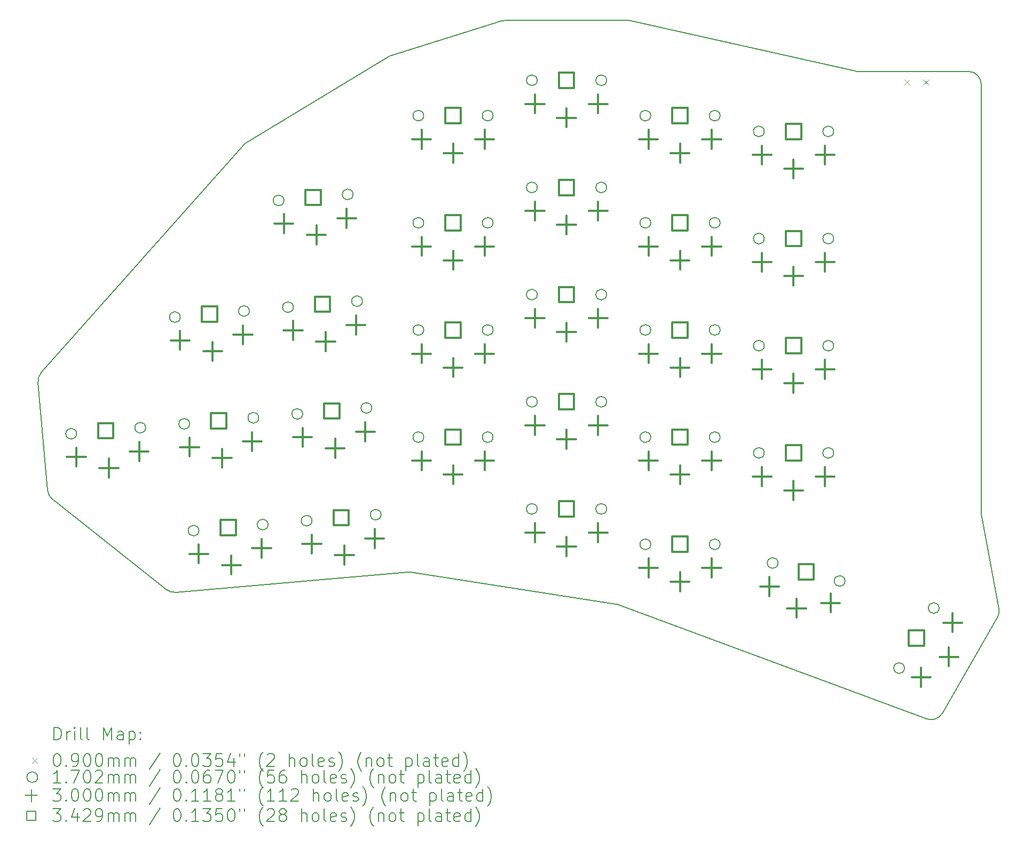
<source format=gbr>
%TF.GenerationSoftware,KiCad,Pcbnew,7.0.6-7.0.6~ubuntu20.04.1*%
%TF.CreationDate,2023-07-19T13:19:57+02:00*%
%TF.ProjectId,keyboard,6b657962-6f61-4726-942e-6b696361645f,v1.0.0*%
%TF.SameCoordinates,Original*%
%TF.FileFunction,Drillmap*%
%TF.FilePolarity,Positive*%
%FSLAX45Y45*%
G04 Gerber Fmt 4.5, Leading zero omitted, Abs format (unit mm)*
G04 Created by KiCad (PCBNEW 7.0.6-7.0.6~ubuntu20.04.1) date 2023-07-19 13:19:57*
%MOMM*%
%LPD*%
G01*
G04 APERTURE LIST*
%ADD10C,0.150000*%
%ADD11C,0.200000*%
%ADD12C,0.090000*%
%ADD13C,0.170180*%
%ADD14C,0.300000*%
%ADD15C,0.342900*%
G04 APERTURE END LIST*
D10*
X18562345Y-12263363D02*
G75*
G03*
X18585788Y-12126889I-173205J100003D01*
G01*
X12749755Y-2796479D02*
X16306345Y-3597699D01*
X8951213Y-3345370D02*
X10698984Y-2800648D01*
X18303041Y-3802590D02*
G75*
G03*
X18103049Y-3602589I-200001J0D01*
G01*
X12749755Y-2796479D02*
G75*
G03*
X12705801Y-2791589I-43945J-195001D01*
G01*
X17440960Y-13872854D02*
X12546908Y-12059576D01*
X5385353Y-11821694D02*
X3573981Y-10387900D01*
X3498871Y-10248514D02*
X3348303Y-8527506D01*
X12546907Y-12059577D02*
G75*
G03*
X12508177Y-12049497I-69487J-187543D01*
G01*
X9209050Y-11541970D02*
X5526913Y-11864116D01*
X6656678Y-4725140D02*
G75*
G03*
X6610641Y-4763434I103492J-171240D01*
G01*
X8951213Y-3345371D02*
G75*
G03*
X8907285Y-3365136I59507J-190949D01*
G01*
X3398066Y-8377195D02*
G75*
G03*
X3348303Y-8527506I149476J-132880D01*
G01*
X10758494Y-2791589D02*
G75*
G03*
X10698984Y-2800648I-4J-199981D01*
G01*
X16306345Y-3597700D02*
G75*
G03*
X16350298Y-3602588I43955J195160D01*
G01*
X16350298Y-3602589D02*
X18103049Y-3602589D01*
X6656678Y-4725140D02*
X8907285Y-3365137D01*
X9257235Y-11543588D02*
G75*
G03*
X9209049Y-11541970I-30755J-197612D01*
G01*
X3398066Y-8377195D02*
X6610641Y-4763434D01*
X17440959Y-13872859D02*
G75*
G03*
X17683650Y-13785312I69482J187549D01*
G01*
X10758494Y-2791589D02*
X12705801Y-2791589D01*
X18303050Y-3802590D02*
X18303050Y-10584197D01*
X18306403Y-10620672D02*
X18585788Y-12126888D01*
X18562348Y-12263365D02*
X17683649Y-13785313D01*
X5385355Y-11821692D02*
G75*
G03*
X5526913Y-11864116I124125J156792D01*
G01*
X12508177Y-12049497D02*
X9257235Y-11543588D01*
X3498873Y-10248514D02*
G75*
G03*
X3573981Y-10387900I199247J17434D01*
G01*
X18303050Y-10584197D02*
G75*
G03*
X18306403Y-10620672I199950J-13D01*
G01*
D11*
D12*
X17083049Y-3727589D02*
X17173049Y-3817589D01*
X17173049Y-3727589D02*
X17083049Y-3817589D01*
X17383049Y-3727589D02*
X17473049Y-3817589D01*
X17473049Y-3727589D02*
X17383049Y-3817589D01*
D13*
X3956965Y-9348790D02*
G75*
G03*
X3956965Y-9348790I-85090J0D01*
G01*
X5052779Y-9252918D02*
G75*
G03*
X5052779Y-9252918I-85090J0D01*
G01*
X5601951Y-7498378D02*
G75*
G03*
X5601951Y-7498378I-85090J0D01*
G01*
X5750115Y-9191909D02*
G75*
G03*
X5750115Y-9191909I-85090J0D01*
G01*
X5898280Y-10885440D02*
G75*
G03*
X5898280Y-10885440I-85090J0D01*
G01*
X6697765Y-7402507D02*
G75*
G03*
X6697765Y-7402507I-85090J0D01*
G01*
X6845930Y-9096038D02*
G75*
G03*
X6845930Y-9096038I-85090J0D01*
G01*
X6994095Y-10789569D02*
G75*
G03*
X6994095Y-10789569I-85090J0D01*
G01*
X7246936Y-5647968D02*
G75*
G03*
X7246936Y-5647968I-85090J0D01*
G01*
X7395102Y-7341498D02*
G75*
G03*
X7395102Y-7341498I-85090J0D01*
G01*
X7543265Y-9035031D02*
G75*
G03*
X7543265Y-9035031I-85090J0D01*
G01*
X7691430Y-10728561D02*
G75*
G03*
X7691430Y-10728561I-85090J0D01*
G01*
X8342750Y-5552096D02*
G75*
G03*
X8342750Y-5552096I-85090J0D01*
G01*
X8490916Y-7245626D02*
G75*
G03*
X8490916Y-7245626I-85090J0D01*
G01*
X8639079Y-8939160D02*
G75*
G03*
X8639079Y-8939160I-85090J0D01*
G01*
X8787244Y-10632689D02*
G75*
G03*
X8787244Y-10632689I-85090J0D01*
G01*
X9463139Y-4302589D02*
G75*
G03*
X9463139Y-4302589I-85090J0D01*
G01*
X9463140Y-9402588D02*
G75*
G03*
X9463140Y-9402588I-85090J0D01*
G01*
X9463140Y-6002589D02*
G75*
G03*
X9463140Y-6002589I-85090J0D01*
G01*
X9463141Y-7702589D02*
G75*
G03*
X9463141Y-7702589I-85090J0D01*
G01*
X10563139Y-4302589D02*
G75*
G03*
X10563139Y-4302589I-85090J0D01*
G01*
X10563140Y-9402588D02*
G75*
G03*
X10563140Y-9402588I-85090J0D01*
G01*
X10563140Y-6002589D02*
G75*
G03*
X10563140Y-6002589I-85090J0D01*
G01*
X10563141Y-7702589D02*
G75*
G03*
X10563141Y-7702589I-85090J0D01*
G01*
X11263139Y-10541588D02*
G75*
G03*
X11263139Y-10541588I-85090J0D01*
G01*
X11263139Y-3741589D02*
G75*
G03*
X11263139Y-3741589I-85090J0D01*
G01*
X11263139Y-7141589D02*
G75*
G03*
X11263139Y-7141589I-85090J0D01*
G01*
X11263140Y-5441590D02*
G75*
G03*
X11263140Y-5441590I-85090J0D01*
G01*
X11263140Y-8841588D02*
G75*
G03*
X11263140Y-8841588I-85090J0D01*
G01*
X12363139Y-10541588D02*
G75*
G03*
X12363139Y-10541588I-85090J0D01*
G01*
X12363139Y-3741589D02*
G75*
G03*
X12363139Y-3741589I-85090J0D01*
G01*
X12363139Y-7141589D02*
G75*
G03*
X12363139Y-7141589I-85090J0D01*
G01*
X12363140Y-5441590D02*
G75*
G03*
X12363140Y-5441590I-85090J0D01*
G01*
X12363140Y-8841588D02*
G75*
G03*
X12363140Y-8841588I-85090J0D01*
G01*
X13063139Y-7702589D02*
G75*
G03*
X13063139Y-7702589I-85090J0D01*
G01*
X13063140Y-9402589D02*
G75*
G03*
X13063140Y-9402589I-85090J0D01*
G01*
X13063140Y-6002588D02*
G75*
G03*
X13063140Y-6002588I-85090J0D01*
G01*
X13063140Y-11102589D02*
G75*
G03*
X13063140Y-11102589I-85090J0D01*
G01*
X13063141Y-4302589D02*
G75*
G03*
X13063141Y-4302589I-85090J0D01*
G01*
X14163139Y-7702589D02*
G75*
G03*
X14163139Y-7702589I-85090J0D01*
G01*
X14163140Y-9402589D02*
G75*
G03*
X14163140Y-9402589I-85090J0D01*
G01*
X14163140Y-6002588D02*
G75*
G03*
X14163140Y-6002588I-85090J0D01*
G01*
X14163140Y-11102589D02*
G75*
G03*
X14163140Y-11102589I-85090J0D01*
G01*
X14163141Y-4302589D02*
G75*
G03*
X14163141Y-4302589I-85090J0D01*
G01*
X14863139Y-4552589D02*
G75*
G03*
X14863139Y-4552589I-85090J0D01*
G01*
X14863139Y-9652589D02*
G75*
G03*
X14863139Y-9652589I-85090J0D01*
G01*
X14863140Y-6252588D02*
G75*
G03*
X14863140Y-6252588I-85090J0D01*
G01*
X14863358Y-7952296D02*
G75*
G03*
X14863358Y-7952296I-85090J0D01*
G01*
X15081881Y-11399239D02*
G75*
G03*
X15081881Y-11399239I-85090J0D01*
G01*
X15963139Y-4552589D02*
G75*
G03*
X15963139Y-4552589I-85090J0D01*
G01*
X15963139Y-9652589D02*
G75*
G03*
X15963139Y-9652589I-85090J0D01*
G01*
X15963140Y-6252588D02*
G75*
G03*
X15963140Y-6252588I-85090J0D01*
G01*
X15963358Y-7952296D02*
G75*
G03*
X15963358Y-7952296I-85090J0D01*
G01*
X16144399Y-11683940D02*
G75*
G03*
X16144399Y-11683940I-85090J0D01*
G01*
X17086614Y-13066790D02*
G75*
G03*
X17086614Y-13066790I-85090J0D01*
G01*
X17636614Y-12114162D02*
G75*
G03*
X17636614Y-12114162I-85090J0D01*
G01*
D14*
X3954368Y-9568005D02*
X3954368Y-9868005D01*
X3804368Y-9718005D02*
X4104368Y-9718005D01*
X4471640Y-9743590D02*
X4471640Y-10043590D01*
X4321640Y-9893590D02*
X4621640Y-9893590D01*
X4471640Y-9743590D02*
X4471640Y-10043590D01*
X4321640Y-9893590D02*
X4621640Y-9893590D01*
X4950563Y-9480849D02*
X4950563Y-9780849D01*
X4800563Y-9630849D02*
X5100563Y-9630849D01*
X5599354Y-7717594D02*
X5599354Y-8017594D01*
X5449354Y-7867594D02*
X5749354Y-7867594D01*
X5747519Y-9411124D02*
X5747519Y-9711124D01*
X5597519Y-9561124D02*
X5897519Y-9561124D01*
X5895684Y-11104655D02*
X5895684Y-11404655D01*
X5745684Y-11254655D02*
X6045684Y-11254655D01*
X6116626Y-7893179D02*
X6116626Y-8193179D01*
X5966626Y-8043179D02*
X6266626Y-8043179D01*
X6116626Y-7893179D02*
X6116626Y-8193179D01*
X5966626Y-8043179D02*
X6266626Y-8043179D01*
X6264790Y-9586709D02*
X6264790Y-9886709D01*
X6114790Y-9736709D02*
X6414790Y-9736709D01*
X6264790Y-9586709D02*
X6264790Y-9886709D01*
X6114790Y-9736709D02*
X6414790Y-9736709D01*
X6412955Y-11280240D02*
X6412955Y-11580240D01*
X6262955Y-11430240D02*
X6562955Y-11430240D01*
X6412955Y-11280240D02*
X6412955Y-11580240D01*
X6262955Y-11430240D02*
X6562955Y-11430240D01*
X6595549Y-7630438D02*
X6595549Y-7930438D01*
X6445549Y-7780438D02*
X6745549Y-7780438D01*
X6743713Y-9323968D02*
X6743713Y-9623968D01*
X6593713Y-9473968D02*
X6893713Y-9473968D01*
X6891878Y-11017499D02*
X6891878Y-11317499D01*
X6741878Y-11167499D02*
X7041878Y-11167499D01*
X7244339Y-5867183D02*
X7244339Y-6167183D01*
X7094339Y-6017183D02*
X7394339Y-6017183D01*
X7392505Y-7560713D02*
X7392505Y-7860713D01*
X7242505Y-7710713D02*
X7542505Y-7710713D01*
X7540668Y-9254246D02*
X7540668Y-9554246D01*
X7390668Y-9404246D02*
X7690668Y-9404246D01*
X7688833Y-10947776D02*
X7688833Y-11247776D01*
X7538833Y-11097776D02*
X7838833Y-11097776D01*
X7761611Y-6042768D02*
X7761611Y-6342768D01*
X7611611Y-6192768D02*
X7911611Y-6192768D01*
X7761611Y-6042768D02*
X7761611Y-6342768D01*
X7611611Y-6192768D02*
X7911611Y-6192768D01*
X7909777Y-7736298D02*
X7909777Y-8036298D01*
X7759777Y-7886298D02*
X8059777Y-7886298D01*
X7909777Y-7736298D02*
X7909777Y-8036298D01*
X7759777Y-7886298D02*
X8059777Y-7886298D01*
X8057940Y-9429831D02*
X8057940Y-9729831D01*
X7907940Y-9579831D02*
X8207940Y-9579831D01*
X8057940Y-9429831D02*
X8057940Y-9729831D01*
X7907940Y-9579831D02*
X8207940Y-9579831D01*
X8206104Y-11123361D02*
X8206104Y-11423361D01*
X8056104Y-11273361D02*
X8356104Y-11273361D01*
X8206104Y-11123361D02*
X8206104Y-11423361D01*
X8056104Y-11273361D02*
X8356104Y-11273361D01*
X8240534Y-5780027D02*
X8240534Y-6080027D01*
X8090534Y-5930027D02*
X8390534Y-5930027D01*
X8388700Y-7473557D02*
X8388700Y-7773557D01*
X8238700Y-7623557D02*
X8538700Y-7623557D01*
X8536863Y-9167090D02*
X8536863Y-9467090D01*
X8386863Y-9317090D02*
X8686863Y-9317090D01*
X8685028Y-10860620D02*
X8685028Y-11160620D01*
X8535028Y-11010620D02*
X8835028Y-11010620D01*
X9428049Y-4527589D02*
X9428049Y-4827589D01*
X9278049Y-4677589D02*
X9578049Y-4677589D01*
X9428050Y-9627588D02*
X9428050Y-9927588D01*
X9278050Y-9777588D02*
X9578050Y-9777588D01*
X9428050Y-6227589D02*
X9428050Y-6527589D01*
X9278050Y-6377589D02*
X9578050Y-6377589D01*
X9428051Y-7927589D02*
X9428051Y-8227589D01*
X9278051Y-8077589D02*
X9578051Y-8077589D01*
X9928049Y-4747589D02*
X9928049Y-5047589D01*
X9778049Y-4897589D02*
X10078049Y-4897589D01*
X9928049Y-4747589D02*
X9928049Y-5047589D01*
X9778049Y-4897589D02*
X10078049Y-4897589D01*
X9928050Y-9847588D02*
X9928050Y-10147588D01*
X9778050Y-9997588D02*
X10078050Y-9997588D01*
X9928050Y-9847588D02*
X9928050Y-10147588D01*
X9778050Y-9997588D02*
X10078050Y-9997588D01*
X9928050Y-6447589D02*
X9928050Y-6747589D01*
X9778050Y-6597589D02*
X10078050Y-6597589D01*
X9928050Y-6447589D02*
X9928050Y-6747589D01*
X9778050Y-6597589D02*
X10078050Y-6597589D01*
X9928051Y-8147589D02*
X9928051Y-8447589D01*
X9778051Y-8297589D02*
X10078051Y-8297589D01*
X9928051Y-8147589D02*
X9928051Y-8447589D01*
X9778051Y-8297589D02*
X10078051Y-8297589D01*
X10428049Y-4527589D02*
X10428049Y-4827589D01*
X10278049Y-4677589D02*
X10578049Y-4677589D01*
X10428050Y-9627588D02*
X10428050Y-9927588D01*
X10278050Y-9777588D02*
X10578050Y-9777588D01*
X10428050Y-6227589D02*
X10428050Y-6527589D01*
X10278050Y-6377589D02*
X10578050Y-6377589D01*
X10428051Y-7927589D02*
X10428051Y-8227589D01*
X10278051Y-8077589D02*
X10578051Y-8077589D01*
X11228049Y-10766588D02*
X11228049Y-11066588D01*
X11078049Y-10916588D02*
X11378049Y-10916588D01*
X11228049Y-3966589D02*
X11228049Y-4266589D01*
X11078049Y-4116589D02*
X11378049Y-4116589D01*
X11228049Y-7366589D02*
X11228049Y-7666589D01*
X11078049Y-7516589D02*
X11378049Y-7516589D01*
X11228050Y-5666590D02*
X11228050Y-5966590D01*
X11078050Y-5816590D02*
X11378050Y-5816590D01*
X11228050Y-9066588D02*
X11228050Y-9366588D01*
X11078050Y-9216588D02*
X11378050Y-9216588D01*
X11728049Y-10986588D02*
X11728049Y-11286588D01*
X11578049Y-11136588D02*
X11878049Y-11136588D01*
X11728049Y-10986588D02*
X11728049Y-11286588D01*
X11578049Y-11136588D02*
X11878049Y-11136588D01*
X11728049Y-4186589D02*
X11728049Y-4486589D01*
X11578049Y-4336589D02*
X11878049Y-4336589D01*
X11728049Y-4186589D02*
X11728049Y-4486589D01*
X11578049Y-4336589D02*
X11878049Y-4336589D01*
X11728049Y-7586589D02*
X11728049Y-7886589D01*
X11578049Y-7736589D02*
X11878049Y-7736589D01*
X11728049Y-7586589D02*
X11728049Y-7886589D01*
X11578049Y-7736589D02*
X11878049Y-7736589D01*
X11728050Y-5886590D02*
X11728050Y-6186590D01*
X11578050Y-6036590D02*
X11878050Y-6036590D01*
X11728050Y-5886590D02*
X11728050Y-6186590D01*
X11578050Y-6036590D02*
X11878050Y-6036590D01*
X11728050Y-9286588D02*
X11728050Y-9586588D01*
X11578050Y-9436588D02*
X11878050Y-9436588D01*
X11728050Y-9286588D02*
X11728050Y-9586588D01*
X11578050Y-9436588D02*
X11878050Y-9436588D01*
X12228049Y-10766588D02*
X12228049Y-11066588D01*
X12078049Y-10916588D02*
X12378049Y-10916588D01*
X12228049Y-3966589D02*
X12228049Y-4266589D01*
X12078049Y-4116589D02*
X12378049Y-4116589D01*
X12228049Y-7366589D02*
X12228049Y-7666589D01*
X12078049Y-7516589D02*
X12378049Y-7516589D01*
X12228050Y-5666590D02*
X12228050Y-5966590D01*
X12078050Y-5816590D02*
X12378050Y-5816590D01*
X12228050Y-9066588D02*
X12228050Y-9366588D01*
X12078050Y-9216588D02*
X12378050Y-9216588D01*
X13028049Y-7927589D02*
X13028049Y-8227589D01*
X12878049Y-8077589D02*
X13178049Y-8077589D01*
X13028050Y-9627589D02*
X13028050Y-9927589D01*
X12878050Y-9777589D02*
X13178050Y-9777589D01*
X13028050Y-6227588D02*
X13028050Y-6527588D01*
X12878050Y-6377588D02*
X13178050Y-6377588D01*
X13028050Y-11327589D02*
X13028050Y-11627589D01*
X12878050Y-11477589D02*
X13178050Y-11477589D01*
X13028051Y-4527589D02*
X13028051Y-4827589D01*
X12878051Y-4677589D02*
X13178051Y-4677589D01*
X13528049Y-8147589D02*
X13528049Y-8447589D01*
X13378049Y-8297589D02*
X13678049Y-8297589D01*
X13528049Y-8147589D02*
X13528049Y-8447589D01*
X13378049Y-8297589D02*
X13678049Y-8297589D01*
X13528050Y-9847589D02*
X13528050Y-10147589D01*
X13378050Y-9997589D02*
X13678050Y-9997589D01*
X13528050Y-9847589D02*
X13528050Y-10147589D01*
X13378050Y-9997589D02*
X13678050Y-9997589D01*
X13528050Y-6447588D02*
X13528050Y-6747588D01*
X13378050Y-6597588D02*
X13678050Y-6597588D01*
X13528050Y-6447588D02*
X13528050Y-6747588D01*
X13378050Y-6597588D02*
X13678050Y-6597588D01*
X13528050Y-11547589D02*
X13528050Y-11847589D01*
X13378050Y-11697589D02*
X13678050Y-11697589D01*
X13528050Y-11547589D02*
X13528050Y-11847589D01*
X13378050Y-11697589D02*
X13678050Y-11697589D01*
X13528051Y-4747589D02*
X13528051Y-5047589D01*
X13378051Y-4897589D02*
X13678051Y-4897589D01*
X13528051Y-4747589D02*
X13528051Y-5047589D01*
X13378051Y-4897589D02*
X13678051Y-4897589D01*
X14028049Y-7927589D02*
X14028049Y-8227589D01*
X13878049Y-8077589D02*
X14178049Y-8077589D01*
X14028050Y-9627589D02*
X14028050Y-9927589D01*
X13878050Y-9777589D02*
X14178050Y-9777589D01*
X14028050Y-6227588D02*
X14028050Y-6527588D01*
X13878050Y-6377588D02*
X14178050Y-6377588D01*
X14028050Y-11327589D02*
X14028050Y-11627589D01*
X13878050Y-11477589D02*
X14178050Y-11477589D01*
X14028051Y-4527589D02*
X14028051Y-4827589D01*
X13878051Y-4677589D02*
X14178051Y-4677589D01*
X14828049Y-4777589D02*
X14828049Y-5077589D01*
X14678049Y-4927589D02*
X14978049Y-4927589D01*
X14828049Y-9877589D02*
X14828049Y-10177589D01*
X14678049Y-10027589D02*
X14978049Y-10027589D01*
X14828050Y-6477588D02*
X14828050Y-6777588D01*
X14678050Y-6627588D02*
X14978050Y-6627588D01*
X14828268Y-8177296D02*
X14828268Y-8477296D01*
X14678268Y-8327296D02*
X14978268Y-8327296D01*
X14948030Y-11624402D02*
X14948030Y-11924402D01*
X14798030Y-11774402D02*
X15098030Y-11774402D01*
X15328049Y-4997589D02*
X15328049Y-5297589D01*
X15178049Y-5147589D02*
X15478049Y-5147589D01*
X15328049Y-4997589D02*
X15328049Y-5297589D01*
X15178049Y-5147589D02*
X15478049Y-5147589D01*
X15328049Y-10097589D02*
X15328049Y-10397589D01*
X15178049Y-10247589D02*
X15478049Y-10247589D01*
X15328049Y-10097589D02*
X15328049Y-10397589D01*
X15178049Y-10247589D02*
X15478049Y-10247589D01*
X15328050Y-6697588D02*
X15328050Y-6997588D01*
X15178050Y-6847588D02*
X15478050Y-6847588D01*
X15328050Y-6697588D02*
X15328050Y-6997588D01*
X15178050Y-6847588D02*
X15478050Y-6847588D01*
X15328268Y-8397296D02*
X15328268Y-8697296D01*
X15178268Y-8547296D02*
X15478268Y-8547296D01*
X15328268Y-8397296D02*
X15328268Y-8697296D01*
X15178268Y-8547296D02*
X15478268Y-8547296D01*
X15374053Y-11966315D02*
X15374053Y-12266315D01*
X15224053Y-12116315D02*
X15524053Y-12116315D01*
X15374053Y-11966315D02*
X15374053Y-12266315D01*
X15224053Y-12116315D02*
X15524053Y-12116315D01*
X15828049Y-4777589D02*
X15828049Y-5077589D01*
X15678049Y-4927589D02*
X15978049Y-4927589D01*
X15828049Y-9877589D02*
X15828049Y-10177589D01*
X15678049Y-10027589D02*
X15978049Y-10027589D01*
X15828050Y-6477588D02*
X15828050Y-6777588D01*
X15678050Y-6627588D02*
X15978050Y-6627588D01*
X15828268Y-8177296D02*
X15828268Y-8477296D01*
X15678268Y-8327296D02*
X15978268Y-8327296D01*
X15913956Y-11883221D02*
X15913956Y-12183221D01*
X15763956Y-12033221D02*
X16063956Y-12033221D01*
X17351284Y-13060989D02*
X17351284Y-13360989D01*
X17201284Y-13210989D02*
X17501284Y-13210989D01*
X17791809Y-12737976D02*
X17791809Y-13037976D01*
X17641809Y-12887976D02*
X17941809Y-12887976D01*
X17791809Y-12737976D02*
X17791809Y-13037976D01*
X17641809Y-12887976D02*
X17941809Y-12887976D01*
X17851284Y-12194964D02*
X17851284Y-12494964D01*
X17701284Y-12344964D02*
X18001284Y-12344964D01*
D15*
X4541017Y-9422088D02*
X4541017Y-9179619D01*
X4298548Y-9179619D01*
X4298548Y-9422088D01*
X4541017Y-9422088D01*
X6186003Y-7571677D02*
X6186003Y-7329208D01*
X5943534Y-7329208D01*
X5943534Y-7571677D01*
X6186003Y-7571677D01*
X6334167Y-9265208D02*
X6334167Y-9022739D01*
X6091698Y-9022739D01*
X6091698Y-9265208D01*
X6334167Y-9265208D01*
X6482332Y-10958739D02*
X6482332Y-10716270D01*
X6239863Y-10716270D01*
X6239863Y-10958739D01*
X6482332Y-10958739D01*
X7830988Y-5721267D02*
X7830988Y-5478798D01*
X7588519Y-5478798D01*
X7588519Y-5721267D01*
X7830988Y-5721267D01*
X7979154Y-7414797D02*
X7979154Y-7172327D01*
X7736684Y-7172327D01*
X7736684Y-7414797D01*
X7979154Y-7414797D01*
X8127317Y-9108330D02*
X8127317Y-8865861D01*
X7884847Y-8865861D01*
X7884847Y-9108330D01*
X8127317Y-9108330D01*
X8275481Y-10801860D02*
X8275481Y-10559390D01*
X8033012Y-10559390D01*
X8033012Y-10801860D01*
X8275481Y-10801860D01*
X10049284Y-4423824D02*
X10049284Y-4181354D01*
X9806815Y-4181354D01*
X9806815Y-4423824D01*
X10049284Y-4423824D01*
X10049284Y-9523823D02*
X10049284Y-9281354D01*
X9806815Y-9281354D01*
X9806815Y-9523823D01*
X10049284Y-9523823D01*
X10049284Y-6123823D02*
X10049284Y-5881354D01*
X9806815Y-5881354D01*
X9806815Y-6123823D01*
X10049284Y-6123823D01*
X10049285Y-7823823D02*
X10049285Y-7581354D01*
X9806816Y-7581354D01*
X9806816Y-7823823D01*
X10049285Y-7823823D01*
X11849283Y-10662823D02*
X11849283Y-10420354D01*
X11606814Y-10420354D01*
X11606814Y-10662823D01*
X11849283Y-10662823D01*
X11849284Y-3862824D02*
X11849284Y-3620355D01*
X11606814Y-3620355D01*
X11606814Y-3862824D01*
X11849284Y-3862824D01*
X11849284Y-7262823D02*
X11849284Y-7020354D01*
X11606814Y-7020354D01*
X11606814Y-7262823D01*
X11849284Y-7262823D01*
X11849284Y-5562825D02*
X11849284Y-5320355D01*
X11606815Y-5320355D01*
X11606815Y-5562825D01*
X11849284Y-5562825D01*
X11849284Y-8962823D02*
X11849284Y-8720354D01*
X11606815Y-8720354D01*
X11606815Y-8962823D01*
X11849284Y-8962823D01*
X13649284Y-7823824D02*
X13649284Y-7581354D01*
X13406814Y-7581354D01*
X13406814Y-7823824D01*
X13649284Y-7823824D01*
X13649284Y-9523823D02*
X13649284Y-9281354D01*
X13406815Y-9281354D01*
X13406815Y-9523823D01*
X13649284Y-9523823D01*
X13649284Y-6123823D02*
X13649284Y-5881354D01*
X13406815Y-5881354D01*
X13406815Y-6123823D01*
X13649284Y-6123823D01*
X13649284Y-11223824D02*
X13649284Y-10981355D01*
X13406815Y-10981355D01*
X13406815Y-11223824D01*
X13649284Y-11223824D01*
X13649285Y-4423823D02*
X13649285Y-4181354D01*
X13406816Y-4181354D01*
X13406816Y-4423823D01*
X13649285Y-4423823D01*
X15449284Y-4673824D02*
X15449284Y-4431354D01*
X15206815Y-4431354D01*
X15206815Y-4673824D01*
X15449284Y-4673824D01*
X15449284Y-9773823D02*
X15449284Y-9531354D01*
X15206815Y-9531354D01*
X15206815Y-9773823D01*
X15449284Y-9773823D01*
X15449284Y-6373823D02*
X15449284Y-6131353D01*
X15206815Y-6131353D01*
X15206815Y-6373823D01*
X15449284Y-6373823D01*
X15449503Y-8073530D02*
X15449503Y-7831061D01*
X15207033Y-7831061D01*
X15207033Y-8073530D01*
X15449503Y-8073530D01*
X15649284Y-11662824D02*
X15649284Y-11420354D01*
X15406815Y-11420354D01*
X15406815Y-11662824D01*
X15649284Y-11662824D01*
X17397759Y-12711711D02*
X17397759Y-12469242D01*
X17155289Y-12469242D01*
X17155289Y-12711711D01*
X17397759Y-12711711D01*
D11*
X3600818Y-14204299D02*
X3600818Y-14004299D01*
X3600818Y-14004299D02*
X3648437Y-14004299D01*
X3648437Y-14004299D02*
X3677009Y-14013823D01*
X3677009Y-14013823D02*
X3696056Y-14032871D01*
X3696056Y-14032871D02*
X3705580Y-14051918D01*
X3705580Y-14051918D02*
X3715104Y-14090014D01*
X3715104Y-14090014D02*
X3715104Y-14118585D01*
X3715104Y-14118585D02*
X3705580Y-14156680D01*
X3705580Y-14156680D02*
X3696056Y-14175728D01*
X3696056Y-14175728D02*
X3677009Y-14194776D01*
X3677009Y-14194776D02*
X3648437Y-14204299D01*
X3648437Y-14204299D02*
X3600818Y-14204299D01*
X3800818Y-14204299D02*
X3800818Y-14070966D01*
X3800818Y-14109061D02*
X3810342Y-14090014D01*
X3810342Y-14090014D02*
X3819866Y-14080490D01*
X3819866Y-14080490D02*
X3838914Y-14070966D01*
X3838914Y-14070966D02*
X3857961Y-14070966D01*
X3924628Y-14204299D02*
X3924628Y-14070966D01*
X3924628Y-14004299D02*
X3915104Y-14013823D01*
X3915104Y-14013823D02*
X3924628Y-14023347D01*
X3924628Y-14023347D02*
X3934152Y-14013823D01*
X3934152Y-14013823D02*
X3924628Y-14004299D01*
X3924628Y-14004299D02*
X3924628Y-14023347D01*
X4048437Y-14204299D02*
X4029390Y-14194776D01*
X4029390Y-14194776D02*
X4019866Y-14175728D01*
X4019866Y-14175728D02*
X4019866Y-14004299D01*
X4153199Y-14204299D02*
X4134152Y-14194776D01*
X4134152Y-14194776D02*
X4124628Y-14175728D01*
X4124628Y-14175728D02*
X4124628Y-14004299D01*
X4381771Y-14204299D02*
X4381771Y-14004299D01*
X4381771Y-14004299D02*
X4448438Y-14147157D01*
X4448438Y-14147157D02*
X4515104Y-14004299D01*
X4515104Y-14004299D02*
X4515104Y-14204299D01*
X4696057Y-14204299D02*
X4696057Y-14099538D01*
X4696057Y-14099538D02*
X4686533Y-14080490D01*
X4686533Y-14080490D02*
X4667485Y-14070966D01*
X4667485Y-14070966D02*
X4629390Y-14070966D01*
X4629390Y-14070966D02*
X4610342Y-14080490D01*
X4696057Y-14194776D02*
X4677009Y-14204299D01*
X4677009Y-14204299D02*
X4629390Y-14204299D01*
X4629390Y-14204299D02*
X4610342Y-14194776D01*
X4610342Y-14194776D02*
X4600818Y-14175728D01*
X4600818Y-14175728D02*
X4600818Y-14156680D01*
X4600818Y-14156680D02*
X4610342Y-14137633D01*
X4610342Y-14137633D02*
X4629390Y-14128109D01*
X4629390Y-14128109D02*
X4677009Y-14128109D01*
X4677009Y-14128109D02*
X4696057Y-14118585D01*
X4791295Y-14070966D02*
X4791295Y-14270966D01*
X4791295Y-14080490D02*
X4810342Y-14070966D01*
X4810342Y-14070966D02*
X4848438Y-14070966D01*
X4848438Y-14070966D02*
X4867485Y-14080490D01*
X4867485Y-14080490D02*
X4877009Y-14090014D01*
X4877009Y-14090014D02*
X4886533Y-14109061D01*
X4886533Y-14109061D02*
X4886533Y-14166204D01*
X4886533Y-14166204D02*
X4877009Y-14185252D01*
X4877009Y-14185252D02*
X4867485Y-14194776D01*
X4867485Y-14194776D02*
X4848438Y-14204299D01*
X4848438Y-14204299D02*
X4810342Y-14204299D01*
X4810342Y-14204299D02*
X4791295Y-14194776D01*
X4972247Y-14185252D02*
X4981771Y-14194776D01*
X4981771Y-14194776D02*
X4972247Y-14204299D01*
X4972247Y-14204299D02*
X4962723Y-14194776D01*
X4962723Y-14194776D02*
X4972247Y-14185252D01*
X4972247Y-14185252D02*
X4972247Y-14204299D01*
X4972247Y-14080490D02*
X4981771Y-14090014D01*
X4981771Y-14090014D02*
X4972247Y-14099538D01*
X4972247Y-14099538D02*
X4962723Y-14090014D01*
X4962723Y-14090014D02*
X4972247Y-14080490D01*
X4972247Y-14080490D02*
X4972247Y-14099538D01*
D12*
X3250042Y-14487816D02*
X3340042Y-14577816D01*
X3340042Y-14487816D02*
X3250042Y-14577816D01*
D11*
X3638914Y-14424299D02*
X3657961Y-14424299D01*
X3657961Y-14424299D02*
X3677009Y-14433823D01*
X3677009Y-14433823D02*
X3686533Y-14443347D01*
X3686533Y-14443347D02*
X3696056Y-14462395D01*
X3696056Y-14462395D02*
X3705580Y-14500490D01*
X3705580Y-14500490D02*
X3705580Y-14548109D01*
X3705580Y-14548109D02*
X3696056Y-14586204D01*
X3696056Y-14586204D02*
X3686533Y-14605252D01*
X3686533Y-14605252D02*
X3677009Y-14614776D01*
X3677009Y-14614776D02*
X3657961Y-14624299D01*
X3657961Y-14624299D02*
X3638914Y-14624299D01*
X3638914Y-14624299D02*
X3619866Y-14614776D01*
X3619866Y-14614776D02*
X3610342Y-14605252D01*
X3610342Y-14605252D02*
X3600818Y-14586204D01*
X3600818Y-14586204D02*
X3591295Y-14548109D01*
X3591295Y-14548109D02*
X3591295Y-14500490D01*
X3591295Y-14500490D02*
X3600818Y-14462395D01*
X3600818Y-14462395D02*
X3610342Y-14443347D01*
X3610342Y-14443347D02*
X3619866Y-14433823D01*
X3619866Y-14433823D02*
X3638914Y-14424299D01*
X3791295Y-14605252D02*
X3800818Y-14614776D01*
X3800818Y-14614776D02*
X3791295Y-14624299D01*
X3791295Y-14624299D02*
X3781771Y-14614776D01*
X3781771Y-14614776D02*
X3791295Y-14605252D01*
X3791295Y-14605252D02*
X3791295Y-14624299D01*
X3896056Y-14624299D02*
X3934152Y-14624299D01*
X3934152Y-14624299D02*
X3953199Y-14614776D01*
X3953199Y-14614776D02*
X3962723Y-14605252D01*
X3962723Y-14605252D02*
X3981771Y-14576680D01*
X3981771Y-14576680D02*
X3991295Y-14538585D01*
X3991295Y-14538585D02*
X3991295Y-14462395D01*
X3991295Y-14462395D02*
X3981771Y-14443347D01*
X3981771Y-14443347D02*
X3972247Y-14433823D01*
X3972247Y-14433823D02*
X3953199Y-14424299D01*
X3953199Y-14424299D02*
X3915104Y-14424299D01*
X3915104Y-14424299D02*
X3896056Y-14433823D01*
X3896056Y-14433823D02*
X3886533Y-14443347D01*
X3886533Y-14443347D02*
X3877009Y-14462395D01*
X3877009Y-14462395D02*
X3877009Y-14510014D01*
X3877009Y-14510014D02*
X3886533Y-14529061D01*
X3886533Y-14529061D02*
X3896056Y-14538585D01*
X3896056Y-14538585D02*
X3915104Y-14548109D01*
X3915104Y-14548109D02*
X3953199Y-14548109D01*
X3953199Y-14548109D02*
X3972247Y-14538585D01*
X3972247Y-14538585D02*
X3981771Y-14529061D01*
X3981771Y-14529061D02*
X3991295Y-14510014D01*
X4115104Y-14424299D02*
X4134152Y-14424299D01*
X4134152Y-14424299D02*
X4153199Y-14433823D01*
X4153199Y-14433823D02*
X4162723Y-14443347D01*
X4162723Y-14443347D02*
X4172247Y-14462395D01*
X4172247Y-14462395D02*
X4181771Y-14500490D01*
X4181771Y-14500490D02*
X4181771Y-14548109D01*
X4181771Y-14548109D02*
X4172247Y-14586204D01*
X4172247Y-14586204D02*
X4162723Y-14605252D01*
X4162723Y-14605252D02*
X4153199Y-14614776D01*
X4153199Y-14614776D02*
X4134152Y-14624299D01*
X4134152Y-14624299D02*
X4115104Y-14624299D01*
X4115104Y-14624299D02*
X4096056Y-14614776D01*
X4096056Y-14614776D02*
X4086533Y-14605252D01*
X4086533Y-14605252D02*
X4077009Y-14586204D01*
X4077009Y-14586204D02*
X4067485Y-14548109D01*
X4067485Y-14548109D02*
X4067485Y-14500490D01*
X4067485Y-14500490D02*
X4077009Y-14462395D01*
X4077009Y-14462395D02*
X4086533Y-14443347D01*
X4086533Y-14443347D02*
X4096056Y-14433823D01*
X4096056Y-14433823D02*
X4115104Y-14424299D01*
X4305580Y-14424299D02*
X4324628Y-14424299D01*
X4324628Y-14424299D02*
X4343676Y-14433823D01*
X4343676Y-14433823D02*
X4353199Y-14443347D01*
X4353199Y-14443347D02*
X4362723Y-14462395D01*
X4362723Y-14462395D02*
X4372247Y-14500490D01*
X4372247Y-14500490D02*
X4372247Y-14548109D01*
X4372247Y-14548109D02*
X4362723Y-14586204D01*
X4362723Y-14586204D02*
X4353199Y-14605252D01*
X4353199Y-14605252D02*
X4343676Y-14614776D01*
X4343676Y-14614776D02*
X4324628Y-14624299D01*
X4324628Y-14624299D02*
X4305580Y-14624299D01*
X4305580Y-14624299D02*
X4286533Y-14614776D01*
X4286533Y-14614776D02*
X4277009Y-14605252D01*
X4277009Y-14605252D02*
X4267485Y-14586204D01*
X4267485Y-14586204D02*
X4257961Y-14548109D01*
X4257961Y-14548109D02*
X4257961Y-14500490D01*
X4257961Y-14500490D02*
X4267485Y-14462395D01*
X4267485Y-14462395D02*
X4277009Y-14443347D01*
X4277009Y-14443347D02*
X4286533Y-14433823D01*
X4286533Y-14433823D02*
X4305580Y-14424299D01*
X4457961Y-14624299D02*
X4457961Y-14490966D01*
X4457961Y-14510014D02*
X4467485Y-14500490D01*
X4467485Y-14500490D02*
X4486533Y-14490966D01*
X4486533Y-14490966D02*
X4515104Y-14490966D01*
X4515104Y-14490966D02*
X4534152Y-14500490D01*
X4534152Y-14500490D02*
X4543676Y-14519538D01*
X4543676Y-14519538D02*
X4543676Y-14624299D01*
X4543676Y-14519538D02*
X4553199Y-14500490D01*
X4553199Y-14500490D02*
X4572247Y-14490966D01*
X4572247Y-14490966D02*
X4600818Y-14490966D01*
X4600818Y-14490966D02*
X4619866Y-14500490D01*
X4619866Y-14500490D02*
X4629390Y-14519538D01*
X4629390Y-14519538D02*
X4629390Y-14624299D01*
X4724628Y-14624299D02*
X4724628Y-14490966D01*
X4724628Y-14510014D02*
X4734152Y-14500490D01*
X4734152Y-14500490D02*
X4753199Y-14490966D01*
X4753199Y-14490966D02*
X4781771Y-14490966D01*
X4781771Y-14490966D02*
X4800819Y-14500490D01*
X4800819Y-14500490D02*
X4810342Y-14519538D01*
X4810342Y-14519538D02*
X4810342Y-14624299D01*
X4810342Y-14519538D02*
X4819866Y-14500490D01*
X4819866Y-14500490D02*
X4838914Y-14490966D01*
X4838914Y-14490966D02*
X4867485Y-14490966D01*
X4867485Y-14490966D02*
X4886533Y-14500490D01*
X4886533Y-14500490D02*
X4896057Y-14519538D01*
X4896057Y-14519538D02*
X4896057Y-14624299D01*
X5286533Y-14414776D02*
X5115104Y-14671918D01*
X5543676Y-14424299D02*
X5562723Y-14424299D01*
X5562723Y-14424299D02*
X5581771Y-14433823D01*
X5581771Y-14433823D02*
X5591295Y-14443347D01*
X5591295Y-14443347D02*
X5600819Y-14462395D01*
X5600819Y-14462395D02*
X5610342Y-14500490D01*
X5610342Y-14500490D02*
X5610342Y-14548109D01*
X5610342Y-14548109D02*
X5600819Y-14586204D01*
X5600819Y-14586204D02*
X5591295Y-14605252D01*
X5591295Y-14605252D02*
X5581771Y-14614776D01*
X5581771Y-14614776D02*
X5562723Y-14624299D01*
X5562723Y-14624299D02*
X5543676Y-14624299D01*
X5543676Y-14624299D02*
X5524628Y-14614776D01*
X5524628Y-14614776D02*
X5515104Y-14605252D01*
X5515104Y-14605252D02*
X5505581Y-14586204D01*
X5505581Y-14586204D02*
X5496057Y-14548109D01*
X5496057Y-14548109D02*
X5496057Y-14500490D01*
X5496057Y-14500490D02*
X5505581Y-14462395D01*
X5505581Y-14462395D02*
X5515104Y-14443347D01*
X5515104Y-14443347D02*
X5524628Y-14433823D01*
X5524628Y-14433823D02*
X5543676Y-14424299D01*
X5696057Y-14605252D02*
X5705580Y-14614776D01*
X5705580Y-14614776D02*
X5696057Y-14624299D01*
X5696057Y-14624299D02*
X5686533Y-14614776D01*
X5686533Y-14614776D02*
X5696057Y-14605252D01*
X5696057Y-14605252D02*
X5696057Y-14624299D01*
X5829390Y-14424299D02*
X5848438Y-14424299D01*
X5848438Y-14424299D02*
X5867485Y-14433823D01*
X5867485Y-14433823D02*
X5877009Y-14443347D01*
X5877009Y-14443347D02*
X5886533Y-14462395D01*
X5886533Y-14462395D02*
X5896057Y-14500490D01*
X5896057Y-14500490D02*
X5896057Y-14548109D01*
X5896057Y-14548109D02*
X5886533Y-14586204D01*
X5886533Y-14586204D02*
X5877009Y-14605252D01*
X5877009Y-14605252D02*
X5867485Y-14614776D01*
X5867485Y-14614776D02*
X5848438Y-14624299D01*
X5848438Y-14624299D02*
X5829390Y-14624299D01*
X5829390Y-14624299D02*
X5810342Y-14614776D01*
X5810342Y-14614776D02*
X5800819Y-14605252D01*
X5800819Y-14605252D02*
X5791295Y-14586204D01*
X5791295Y-14586204D02*
X5781771Y-14548109D01*
X5781771Y-14548109D02*
X5781771Y-14500490D01*
X5781771Y-14500490D02*
X5791295Y-14462395D01*
X5791295Y-14462395D02*
X5800819Y-14443347D01*
X5800819Y-14443347D02*
X5810342Y-14433823D01*
X5810342Y-14433823D02*
X5829390Y-14424299D01*
X5962723Y-14424299D02*
X6086533Y-14424299D01*
X6086533Y-14424299D02*
X6019866Y-14500490D01*
X6019866Y-14500490D02*
X6048438Y-14500490D01*
X6048438Y-14500490D02*
X6067485Y-14510014D01*
X6067485Y-14510014D02*
X6077009Y-14519538D01*
X6077009Y-14519538D02*
X6086533Y-14538585D01*
X6086533Y-14538585D02*
X6086533Y-14586204D01*
X6086533Y-14586204D02*
X6077009Y-14605252D01*
X6077009Y-14605252D02*
X6067485Y-14614776D01*
X6067485Y-14614776D02*
X6048438Y-14624299D01*
X6048438Y-14624299D02*
X5991295Y-14624299D01*
X5991295Y-14624299D02*
X5972247Y-14614776D01*
X5972247Y-14614776D02*
X5962723Y-14605252D01*
X6267485Y-14424299D02*
X6172247Y-14424299D01*
X6172247Y-14424299D02*
X6162723Y-14519538D01*
X6162723Y-14519538D02*
X6172247Y-14510014D01*
X6172247Y-14510014D02*
X6191295Y-14500490D01*
X6191295Y-14500490D02*
X6238914Y-14500490D01*
X6238914Y-14500490D02*
X6257961Y-14510014D01*
X6257961Y-14510014D02*
X6267485Y-14519538D01*
X6267485Y-14519538D02*
X6277009Y-14538585D01*
X6277009Y-14538585D02*
X6277009Y-14586204D01*
X6277009Y-14586204D02*
X6267485Y-14605252D01*
X6267485Y-14605252D02*
X6257961Y-14614776D01*
X6257961Y-14614776D02*
X6238914Y-14624299D01*
X6238914Y-14624299D02*
X6191295Y-14624299D01*
X6191295Y-14624299D02*
X6172247Y-14614776D01*
X6172247Y-14614776D02*
X6162723Y-14605252D01*
X6448438Y-14490966D02*
X6448438Y-14624299D01*
X6400819Y-14414776D02*
X6353200Y-14557633D01*
X6353200Y-14557633D02*
X6477009Y-14557633D01*
X6543676Y-14424299D02*
X6543676Y-14462395D01*
X6619866Y-14424299D02*
X6619866Y-14462395D01*
X6915104Y-14700490D02*
X6905581Y-14690966D01*
X6905581Y-14690966D02*
X6886533Y-14662395D01*
X6886533Y-14662395D02*
X6877009Y-14643347D01*
X6877009Y-14643347D02*
X6867485Y-14614776D01*
X6867485Y-14614776D02*
X6857962Y-14567157D01*
X6857962Y-14567157D02*
X6857962Y-14529061D01*
X6857962Y-14529061D02*
X6867485Y-14481442D01*
X6867485Y-14481442D02*
X6877009Y-14452871D01*
X6877009Y-14452871D02*
X6886533Y-14433823D01*
X6886533Y-14433823D02*
X6905581Y-14405252D01*
X6905581Y-14405252D02*
X6915104Y-14395728D01*
X6981771Y-14443347D02*
X6991295Y-14433823D01*
X6991295Y-14433823D02*
X7010342Y-14424299D01*
X7010342Y-14424299D02*
X7057962Y-14424299D01*
X7057962Y-14424299D02*
X7077009Y-14433823D01*
X7077009Y-14433823D02*
X7086533Y-14443347D01*
X7086533Y-14443347D02*
X7096057Y-14462395D01*
X7096057Y-14462395D02*
X7096057Y-14481442D01*
X7096057Y-14481442D02*
X7086533Y-14510014D01*
X7086533Y-14510014D02*
X6972247Y-14624299D01*
X6972247Y-14624299D02*
X7096057Y-14624299D01*
X7334152Y-14624299D02*
X7334152Y-14424299D01*
X7419866Y-14624299D02*
X7419866Y-14519538D01*
X7419866Y-14519538D02*
X7410343Y-14500490D01*
X7410343Y-14500490D02*
X7391295Y-14490966D01*
X7391295Y-14490966D02*
X7362723Y-14490966D01*
X7362723Y-14490966D02*
X7343676Y-14500490D01*
X7343676Y-14500490D02*
X7334152Y-14510014D01*
X7543676Y-14624299D02*
X7524628Y-14614776D01*
X7524628Y-14614776D02*
X7515104Y-14605252D01*
X7515104Y-14605252D02*
X7505581Y-14586204D01*
X7505581Y-14586204D02*
X7505581Y-14529061D01*
X7505581Y-14529061D02*
X7515104Y-14510014D01*
X7515104Y-14510014D02*
X7524628Y-14500490D01*
X7524628Y-14500490D02*
X7543676Y-14490966D01*
X7543676Y-14490966D02*
X7572247Y-14490966D01*
X7572247Y-14490966D02*
X7591295Y-14500490D01*
X7591295Y-14500490D02*
X7600819Y-14510014D01*
X7600819Y-14510014D02*
X7610343Y-14529061D01*
X7610343Y-14529061D02*
X7610343Y-14586204D01*
X7610343Y-14586204D02*
X7600819Y-14605252D01*
X7600819Y-14605252D02*
X7591295Y-14614776D01*
X7591295Y-14614776D02*
X7572247Y-14624299D01*
X7572247Y-14624299D02*
X7543676Y-14624299D01*
X7724628Y-14624299D02*
X7705581Y-14614776D01*
X7705581Y-14614776D02*
X7696057Y-14595728D01*
X7696057Y-14595728D02*
X7696057Y-14424299D01*
X7877009Y-14614776D02*
X7857962Y-14624299D01*
X7857962Y-14624299D02*
X7819866Y-14624299D01*
X7819866Y-14624299D02*
X7800819Y-14614776D01*
X7800819Y-14614776D02*
X7791295Y-14595728D01*
X7791295Y-14595728D02*
X7791295Y-14519538D01*
X7791295Y-14519538D02*
X7800819Y-14500490D01*
X7800819Y-14500490D02*
X7819866Y-14490966D01*
X7819866Y-14490966D02*
X7857962Y-14490966D01*
X7857962Y-14490966D02*
X7877009Y-14500490D01*
X7877009Y-14500490D02*
X7886533Y-14519538D01*
X7886533Y-14519538D02*
X7886533Y-14538585D01*
X7886533Y-14538585D02*
X7791295Y-14557633D01*
X7962724Y-14614776D02*
X7981771Y-14624299D01*
X7981771Y-14624299D02*
X8019866Y-14624299D01*
X8019866Y-14624299D02*
X8038914Y-14614776D01*
X8038914Y-14614776D02*
X8048438Y-14595728D01*
X8048438Y-14595728D02*
X8048438Y-14586204D01*
X8048438Y-14586204D02*
X8038914Y-14567157D01*
X8038914Y-14567157D02*
X8019866Y-14557633D01*
X8019866Y-14557633D02*
X7991295Y-14557633D01*
X7991295Y-14557633D02*
X7972247Y-14548109D01*
X7972247Y-14548109D02*
X7962724Y-14529061D01*
X7962724Y-14529061D02*
X7962724Y-14519538D01*
X7962724Y-14519538D02*
X7972247Y-14500490D01*
X7972247Y-14500490D02*
X7991295Y-14490966D01*
X7991295Y-14490966D02*
X8019866Y-14490966D01*
X8019866Y-14490966D02*
X8038914Y-14500490D01*
X8115105Y-14700490D02*
X8124628Y-14690966D01*
X8124628Y-14690966D02*
X8143676Y-14662395D01*
X8143676Y-14662395D02*
X8153200Y-14643347D01*
X8153200Y-14643347D02*
X8162724Y-14614776D01*
X8162724Y-14614776D02*
X8172247Y-14567157D01*
X8172247Y-14567157D02*
X8172247Y-14529061D01*
X8172247Y-14529061D02*
X8162724Y-14481442D01*
X8162724Y-14481442D02*
X8153200Y-14452871D01*
X8153200Y-14452871D02*
X8143676Y-14433823D01*
X8143676Y-14433823D02*
X8124628Y-14405252D01*
X8124628Y-14405252D02*
X8115105Y-14395728D01*
X8477009Y-14700490D02*
X8467486Y-14690966D01*
X8467486Y-14690966D02*
X8448438Y-14662395D01*
X8448438Y-14662395D02*
X8438914Y-14643347D01*
X8438914Y-14643347D02*
X8429390Y-14614776D01*
X8429390Y-14614776D02*
X8419867Y-14567157D01*
X8419867Y-14567157D02*
X8419867Y-14529061D01*
X8419867Y-14529061D02*
X8429390Y-14481442D01*
X8429390Y-14481442D02*
X8438914Y-14452871D01*
X8438914Y-14452871D02*
X8448438Y-14433823D01*
X8448438Y-14433823D02*
X8467486Y-14405252D01*
X8467486Y-14405252D02*
X8477009Y-14395728D01*
X8553200Y-14490966D02*
X8553200Y-14624299D01*
X8553200Y-14510014D02*
X8562724Y-14500490D01*
X8562724Y-14500490D02*
X8581771Y-14490966D01*
X8581771Y-14490966D02*
X8610343Y-14490966D01*
X8610343Y-14490966D02*
X8629390Y-14500490D01*
X8629390Y-14500490D02*
X8638914Y-14519538D01*
X8638914Y-14519538D02*
X8638914Y-14624299D01*
X8762724Y-14624299D02*
X8743676Y-14614776D01*
X8743676Y-14614776D02*
X8734152Y-14605252D01*
X8734152Y-14605252D02*
X8724628Y-14586204D01*
X8724628Y-14586204D02*
X8724628Y-14529061D01*
X8724628Y-14529061D02*
X8734152Y-14510014D01*
X8734152Y-14510014D02*
X8743676Y-14500490D01*
X8743676Y-14500490D02*
X8762724Y-14490966D01*
X8762724Y-14490966D02*
X8791295Y-14490966D01*
X8791295Y-14490966D02*
X8810343Y-14500490D01*
X8810343Y-14500490D02*
X8819867Y-14510014D01*
X8819867Y-14510014D02*
X8829390Y-14529061D01*
X8829390Y-14529061D02*
X8829390Y-14586204D01*
X8829390Y-14586204D02*
X8819867Y-14605252D01*
X8819867Y-14605252D02*
X8810343Y-14614776D01*
X8810343Y-14614776D02*
X8791295Y-14624299D01*
X8791295Y-14624299D02*
X8762724Y-14624299D01*
X8886533Y-14490966D02*
X8962724Y-14490966D01*
X8915105Y-14424299D02*
X8915105Y-14595728D01*
X8915105Y-14595728D02*
X8924628Y-14614776D01*
X8924628Y-14614776D02*
X8943676Y-14624299D01*
X8943676Y-14624299D02*
X8962724Y-14624299D01*
X9181771Y-14490966D02*
X9181771Y-14690966D01*
X9181771Y-14500490D02*
X9200819Y-14490966D01*
X9200819Y-14490966D02*
X9238914Y-14490966D01*
X9238914Y-14490966D02*
X9257962Y-14500490D01*
X9257962Y-14500490D02*
X9267486Y-14510014D01*
X9267486Y-14510014D02*
X9277009Y-14529061D01*
X9277009Y-14529061D02*
X9277009Y-14586204D01*
X9277009Y-14586204D02*
X9267486Y-14605252D01*
X9267486Y-14605252D02*
X9257962Y-14614776D01*
X9257962Y-14614776D02*
X9238914Y-14624299D01*
X9238914Y-14624299D02*
X9200819Y-14624299D01*
X9200819Y-14624299D02*
X9181771Y-14614776D01*
X9391295Y-14624299D02*
X9372248Y-14614776D01*
X9372248Y-14614776D02*
X9362724Y-14595728D01*
X9362724Y-14595728D02*
X9362724Y-14424299D01*
X9553200Y-14624299D02*
X9553200Y-14519538D01*
X9553200Y-14519538D02*
X9543676Y-14500490D01*
X9543676Y-14500490D02*
X9524629Y-14490966D01*
X9524629Y-14490966D02*
X9486533Y-14490966D01*
X9486533Y-14490966D02*
X9467486Y-14500490D01*
X9553200Y-14614776D02*
X9534152Y-14624299D01*
X9534152Y-14624299D02*
X9486533Y-14624299D01*
X9486533Y-14624299D02*
X9467486Y-14614776D01*
X9467486Y-14614776D02*
X9457962Y-14595728D01*
X9457962Y-14595728D02*
X9457962Y-14576680D01*
X9457962Y-14576680D02*
X9467486Y-14557633D01*
X9467486Y-14557633D02*
X9486533Y-14548109D01*
X9486533Y-14548109D02*
X9534152Y-14548109D01*
X9534152Y-14548109D02*
X9553200Y-14538585D01*
X9619867Y-14490966D02*
X9696057Y-14490966D01*
X9648438Y-14424299D02*
X9648438Y-14595728D01*
X9648438Y-14595728D02*
X9657962Y-14614776D01*
X9657962Y-14614776D02*
X9677009Y-14624299D01*
X9677009Y-14624299D02*
X9696057Y-14624299D01*
X9838914Y-14614776D02*
X9819867Y-14624299D01*
X9819867Y-14624299D02*
X9781771Y-14624299D01*
X9781771Y-14624299D02*
X9762724Y-14614776D01*
X9762724Y-14614776D02*
X9753200Y-14595728D01*
X9753200Y-14595728D02*
X9753200Y-14519538D01*
X9753200Y-14519538D02*
X9762724Y-14500490D01*
X9762724Y-14500490D02*
X9781771Y-14490966D01*
X9781771Y-14490966D02*
X9819867Y-14490966D01*
X9819867Y-14490966D02*
X9838914Y-14500490D01*
X9838914Y-14500490D02*
X9848438Y-14519538D01*
X9848438Y-14519538D02*
X9848438Y-14538585D01*
X9848438Y-14538585D02*
X9753200Y-14557633D01*
X10019867Y-14624299D02*
X10019867Y-14424299D01*
X10019867Y-14614776D02*
X10000819Y-14624299D01*
X10000819Y-14624299D02*
X9962724Y-14624299D01*
X9962724Y-14624299D02*
X9943676Y-14614776D01*
X9943676Y-14614776D02*
X9934152Y-14605252D01*
X9934152Y-14605252D02*
X9924629Y-14586204D01*
X9924629Y-14586204D02*
X9924629Y-14529061D01*
X9924629Y-14529061D02*
X9934152Y-14510014D01*
X9934152Y-14510014D02*
X9943676Y-14500490D01*
X9943676Y-14500490D02*
X9962724Y-14490966D01*
X9962724Y-14490966D02*
X10000819Y-14490966D01*
X10000819Y-14490966D02*
X10019867Y-14500490D01*
X10096057Y-14700490D02*
X10105581Y-14690966D01*
X10105581Y-14690966D02*
X10124629Y-14662395D01*
X10124629Y-14662395D02*
X10134152Y-14643347D01*
X10134152Y-14643347D02*
X10143676Y-14614776D01*
X10143676Y-14614776D02*
X10153200Y-14567157D01*
X10153200Y-14567157D02*
X10153200Y-14529061D01*
X10153200Y-14529061D02*
X10143676Y-14481442D01*
X10143676Y-14481442D02*
X10134152Y-14452871D01*
X10134152Y-14452871D02*
X10124629Y-14433823D01*
X10124629Y-14433823D02*
X10105581Y-14405252D01*
X10105581Y-14405252D02*
X10096057Y-14395728D01*
D13*
X3340042Y-14796816D02*
G75*
G03*
X3340042Y-14796816I-85090J0D01*
G01*
D11*
X3705580Y-14888299D02*
X3591295Y-14888299D01*
X3648437Y-14888299D02*
X3648437Y-14688299D01*
X3648437Y-14688299D02*
X3629390Y-14716871D01*
X3629390Y-14716871D02*
X3610342Y-14735918D01*
X3610342Y-14735918D02*
X3591295Y-14745442D01*
X3791295Y-14869252D02*
X3800818Y-14878776D01*
X3800818Y-14878776D02*
X3791295Y-14888299D01*
X3791295Y-14888299D02*
X3781771Y-14878776D01*
X3781771Y-14878776D02*
X3791295Y-14869252D01*
X3791295Y-14869252D02*
X3791295Y-14888299D01*
X3867485Y-14688299D02*
X4000818Y-14688299D01*
X4000818Y-14688299D02*
X3915104Y-14888299D01*
X4115104Y-14688299D02*
X4134152Y-14688299D01*
X4134152Y-14688299D02*
X4153199Y-14697823D01*
X4153199Y-14697823D02*
X4162723Y-14707347D01*
X4162723Y-14707347D02*
X4172247Y-14726395D01*
X4172247Y-14726395D02*
X4181771Y-14764490D01*
X4181771Y-14764490D02*
X4181771Y-14812109D01*
X4181771Y-14812109D02*
X4172247Y-14850204D01*
X4172247Y-14850204D02*
X4162723Y-14869252D01*
X4162723Y-14869252D02*
X4153199Y-14878776D01*
X4153199Y-14878776D02*
X4134152Y-14888299D01*
X4134152Y-14888299D02*
X4115104Y-14888299D01*
X4115104Y-14888299D02*
X4096056Y-14878776D01*
X4096056Y-14878776D02*
X4086533Y-14869252D01*
X4086533Y-14869252D02*
X4077009Y-14850204D01*
X4077009Y-14850204D02*
X4067485Y-14812109D01*
X4067485Y-14812109D02*
X4067485Y-14764490D01*
X4067485Y-14764490D02*
X4077009Y-14726395D01*
X4077009Y-14726395D02*
X4086533Y-14707347D01*
X4086533Y-14707347D02*
X4096056Y-14697823D01*
X4096056Y-14697823D02*
X4115104Y-14688299D01*
X4257961Y-14707347D02*
X4267485Y-14697823D01*
X4267485Y-14697823D02*
X4286533Y-14688299D01*
X4286533Y-14688299D02*
X4334152Y-14688299D01*
X4334152Y-14688299D02*
X4353199Y-14697823D01*
X4353199Y-14697823D02*
X4362723Y-14707347D01*
X4362723Y-14707347D02*
X4372247Y-14726395D01*
X4372247Y-14726395D02*
X4372247Y-14745442D01*
X4372247Y-14745442D02*
X4362723Y-14774014D01*
X4362723Y-14774014D02*
X4248438Y-14888299D01*
X4248438Y-14888299D02*
X4372247Y-14888299D01*
X4457961Y-14888299D02*
X4457961Y-14754966D01*
X4457961Y-14774014D02*
X4467485Y-14764490D01*
X4467485Y-14764490D02*
X4486533Y-14754966D01*
X4486533Y-14754966D02*
X4515104Y-14754966D01*
X4515104Y-14754966D02*
X4534152Y-14764490D01*
X4534152Y-14764490D02*
X4543676Y-14783538D01*
X4543676Y-14783538D02*
X4543676Y-14888299D01*
X4543676Y-14783538D02*
X4553199Y-14764490D01*
X4553199Y-14764490D02*
X4572247Y-14754966D01*
X4572247Y-14754966D02*
X4600818Y-14754966D01*
X4600818Y-14754966D02*
X4619866Y-14764490D01*
X4619866Y-14764490D02*
X4629390Y-14783538D01*
X4629390Y-14783538D02*
X4629390Y-14888299D01*
X4724628Y-14888299D02*
X4724628Y-14754966D01*
X4724628Y-14774014D02*
X4734152Y-14764490D01*
X4734152Y-14764490D02*
X4753199Y-14754966D01*
X4753199Y-14754966D02*
X4781771Y-14754966D01*
X4781771Y-14754966D02*
X4800819Y-14764490D01*
X4800819Y-14764490D02*
X4810342Y-14783538D01*
X4810342Y-14783538D02*
X4810342Y-14888299D01*
X4810342Y-14783538D02*
X4819866Y-14764490D01*
X4819866Y-14764490D02*
X4838914Y-14754966D01*
X4838914Y-14754966D02*
X4867485Y-14754966D01*
X4867485Y-14754966D02*
X4886533Y-14764490D01*
X4886533Y-14764490D02*
X4896057Y-14783538D01*
X4896057Y-14783538D02*
X4896057Y-14888299D01*
X5286533Y-14678776D02*
X5115104Y-14935918D01*
X5543676Y-14688299D02*
X5562723Y-14688299D01*
X5562723Y-14688299D02*
X5581771Y-14697823D01*
X5581771Y-14697823D02*
X5591295Y-14707347D01*
X5591295Y-14707347D02*
X5600819Y-14726395D01*
X5600819Y-14726395D02*
X5610342Y-14764490D01*
X5610342Y-14764490D02*
X5610342Y-14812109D01*
X5610342Y-14812109D02*
X5600819Y-14850204D01*
X5600819Y-14850204D02*
X5591295Y-14869252D01*
X5591295Y-14869252D02*
X5581771Y-14878776D01*
X5581771Y-14878776D02*
X5562723Y-14888299D01*
X5562723Y-14888299D02*
X5543676Y-14888299D01*
X5543676Y-14888299D02*
X5524628Y-14878776D01*
X5524628Y-14878776D02*
X5515104Y-14869252D01*
X5515104Y-14869252D02*
X5505581Y-14850204D01*
X5505581Y-14850204D02*
X5496057Y-14812109D01*
X5496057Y-14812109D02*
X5496057Y-14764490D01*
X5496057Y-14764490D02*
X5505581Y-14726395D01*
X5505581Y-14726395D02*
X5515104Y-14707347D01*
X5515104Y-14707347D02*
X5524628Y-14697823D01*
X5524628Y-14697823D02*
X5543676Y-14688299D01*
X5696057Y-14869252D02*
X5705580Y-14878776D01*
X5705580Y-14878776D02*
X5696057Y-14888299D01*
X5696057Y-14888299D02*
X5686533Y-14878776D01*
X5686533Y-14878776D02*
X5696057Y-14869252D01*
X5696057Y-14869252D02*
X5696057Y-14888299D01*
X5829390Y-14688299D02*
X5848438Y-14688299D01*
X5848438Y-14688299D02*
X5867485Y-14697823D01*
X5867485Y-14697823D02*
X5877009Y-14707347D01*
X5877009Y-14707347D02*
X5886533Y-14726395D01*
X5886533Y-14726395D02*
X5896057Y-14764490D01*
X5896057Y-14764490D02*
X5896057Y-14812109D01*
X5896057Y-14812109D02*
X5886533Y-14850204D01*
X5886533Y-14850204D02*
X5877009Y-14869252D01*
X5877009Y-14869252D02*
X5867485Y-14878776D01*
X5867485Y-14878776D02*
X5848438Y-14888299D01*
X5848438Y-14888299D02*
X5829390Y-14888299D01*
X5829390Y-14888299D02*
X5810342Y-14878776D01*
X5810342Y-14878776D02*
X5800819Y-14869252D01*
X5800819Y-14869252D02*
X5791295Y-14850204D01*
X5791295Y-14850204D02*
X5781771Y-14812109D01*
X5781771Y-14812109D02*
X5781771Y-14764490D01*
X5781771Y-14764490D02*
X5791295Y-14726395D01*
X5791295Y-14726395D02*
X5800819Y-14707347D01*
X5800819Y-14707347D02*
X5810342Y-14697823D01*
X5810342Y-14697823D02*
X5829390Y-14688299D01*
X6067485Y-14688299D02*
X6029390Y-14688299D01*
X6029390Y-14688299D02*
X6010342Y-14697823D01*
X6010342Y-14697823D02*
X6000819Y-14707347D01*
X6000819Y-14707347D02*
X5981771Y-14735918D01*
X5981771Y-14735918D02*
X5972247Y-14774014D01*
X5972247Y-14774014D02*
X5972247Y-14850204D01*
X5972247Y-14850204D02*
X5981771Y-14869252D01*
X5981771Y-14869252D02*
X5991295Y-14878776D01*
X5991295Y-14878776D02*
X6010342Y-14888299D01*
X6010342Y-14888299D02*
X6048438Y-14888299D01*
X6048438Y-14888299D02*
X6067485Y-14878776D01*
X6067485Y-14878776D02*
X6077009Y-14869252D01*
X6077009Y-14869252D02*
X6086533Y-14850204D01*
X6086533Y-14850204D02*
X6086533Y-14802585D01*
X6086533Y-14802585D02*
X6077009Y-14783538D01*
X6077009Y-14783538D02*
X6067485Y-14774014D01*
X6067485Y-14774014D02*
X6048438Y-14764490D01*
X6048438Y-14764490D02*
X6010342Y-14764490D01*
X6010342Y-14764490D02*
X5991295Y-14774014D01*
X5991295Y-14774014D02*
X5981771Y-14783538D01*
X5981771Y-14783538D02*
X5972247Y-14802585D01*
X6153200Y-14688299D02*
X6286533Y-14688299D01*
X6286533Y-14688299D02*
X6200819Y-14888299D01*
X6400819Y-14688299D02*
X6419866Y-14688299D01*
X6419866Y-14688299D02*
X6438914Y-14697823D01*
X6438914Y-14697823D02*
X6448438Y-14707347D01*
X6448438Y-14707347D02*
X6457961Y-14726395D01*
X6457961Y-14726395D02*
X6467485Y-14764490D01*
X6467485Y-14764490D02*
X6467485Y-14812109D01*
X6467485Y-14812109D02*
X6457961Y-14850204D01*
X6457961Y-14850204D02*
X6448438Y-14869252D01*
X6448438Y-14869252D02*
X6438914Y-14878776D01*
X6438914Y-14878776D02*
X6419866Y-14888299D01*
X6419866Y-14888299D02*
X6400819Y-14888299D01*
X6400819Y-14888299D02*
X6381771Y-14878776D01*
X6381771Y-14878776D02*
X6372247Y-14869252D01*
X6372247Y-14869252D02*
X6362723Y-14850204D01*
X6362723Y-14850204D02*
X6353200Y-14812109D01*
X6353200Y-14812109D02*
X6353200Y-14764490D01*
X6353200Y-14764490D02*
X6362723Y-14726395D01*
X6362723Y-14726395D02*
X6372247Y-14707347D01*
X6372247Y-14707347D02*
X6381771Y-14697823D01*
X6381771Y-14697823D02*
X6400819Y-14688299D01*
X6543676Y-14688299D02*
X6543676Y-14726395D01*
X6619866Y-14688299D02*
X6619866Y-14726395D01*
X6915104Y-14964490D02*
X6905581Y-14954966D01*
X6905581Y-14954966D02*
X6886533Y-14926395D01*
X6886533Y-14926395D02*
X6877009Y-14907347D01*
X6877009Y-14907347D02*
X6867485Y-14878776D01*
X6867485Y-14878776D02*
X6857962Y-14831157D01*
X6857962Y-14831157D02*
X6857962Y-14793061D01*
X6857962Y-14793061D02*
X6867485Y-14745442D01*
X6867485Y-14745442D02*
X6877009Y-14716871D01*
X6877009Y-14716871D02*
X6886533Y-14697823D01*
X6886533Y-14697823D02*
X6905581Y-14669252D01*
X6905581Y-14669252D02*
X6915104Y-14659728D01*
X7086533Y-14688299D02*
X6991295Y-14688299D01*
X6991295Y-14688299D02*
X6981771Y-14783538D01*
X6981771Y-14783538D02*
X6991295Y-14774014D01*
X6991295Y-14774014D02*
X7010342Y-14764490D01*
X7010342Y-14764490D02*
X7057962Y-14764490D01*
X7057962Y-14764490D02*
X7077009Y-14774014D01*
X7077009Y-14774014D02*
X7086533Y-14783538D01*
X7086533Y-14783538D02*
X7096057Y-14802585D01*
X7096057Y-14802585D02*
X7096057Y-14850204D01*
X7096057Y-14850204D02*
X7086533Y-14869252D01*
X7086533Y-14869252D02*
X7077009Y-14878776D01*
X7077009Y-14878776D02*
X7057962Y-14888299D01*
X7057962Y-14888299D02*
X7010342Y-14888299D01*
X7010342Y-14888299D02*
X6991295Y-14878776D01*
X6991295Y-14878776D02*
X6981771Y-14869252D01*
X7267485Y-14688299D02*
X7229390Y-14688299D01*
X7229390Y-14688299D02*
X7210342Y-14697823D01*
X7210342Y-14697823D02*
X7200819Y-14707347D01*
X7200819Y-14707347D02*
X7181771Y-14735918D01*
X7181771Y-14735918D02*
X7172247Y-14774014D01*
X7172247Y-14774014D02*
X7172247Y-14850204D01*
X7172247Y-14850204D02*
X7181771Y-14869252D01*
X7181771Y-14869252D02*
X7191295Y-14878776D01*
X7191295Y-14878776D02*
X7210342Y-14888299D01*
X7210342Y-14888299D02*
X7248438Y-14888299D01*
X7248438Y-14888299D02*
X7267485Y-14878776D01*
X7267485Y-14878776D02*
X7277009Y-14869252D01*
X7277009Y-14869252D02*
X7286533Y-14850204D01*
X7286533Y-14850204D02*
X7286533Y-14802585D01*
X7286533Y-14802585D02*
X7277009Y-14783538D01*
X7277009Y-14783538D02*
X7267485Y-14774014D01*
X7267485Y-14774014D02*
X7248438Y-14764490D01*
X7248438Y-14764490D02*
X7210342Y-14764490D01*
X7210342Y-14764490D02*
X7191295Y-14774014D01*
X7191295Y-14774014D02*
X7181771Y-14783538D01*
X7181771Y-14783538D02*
X7172247Y-14802585D01*
X7524628Y-14888299D02*
X7524628Y-14688299D01*
X7610343Y-14888299D02*
X7610343Y-14783538D01*
X7610343Y-14783538D02*
X7600819Y-14764490D01*
X7600819Y-14764490D02*
X7581771Y-14754966D01*
X7581771Y-14754966D02*
X7553200Y-14754966D01*
X7553200Y-14754966D02*
X7534152Y-14764490D01*
X7534152Y-14764490D02*
X7524628Y-14774014D01*
X7734152Y-14888299D02*
X7715104Y-14878776D01*
X7715104Y-14878776D02*
X7705581Y-14869252D01*
X7705581Y-14869252D02*
X7696057Y-14850204D01*
X7696057Y-14850204D02*
X7696057Y-14793061D01*
X7696057Y-14793061D02*
X7705581Y-14774014D01*
X7705581Y-14774014D02*
X7715104Y-14764490D01*
X7715104Y-14764490D02*
X7734152Y-14754966D01*
X7734152Y-14754966D02*
X7762724Y-14754966D01*
X7762724Y-14754966D02*
X7781771Y-14764490D01*
X7781771Y-14764490D02*
X7791295Y-14774014D01*
X7791295Y-14774014D02*
X7800819Y-14793061D01*
X7800819Y-14793061D02*
X7800819Y-14850204D01*
X7800819Y-14850204D02*
X7791295Y-14869252D01*
X7791295Y-14869252D02*
X7781771Y-14878776D01*
X7781771Y-14878776D02*
X7762724Y-14888299D01*
X7762724Y-14888299D02*
X7734152Y-14888299D01*
X7915104Y-14888299D02*
X7896057Y-14878776D01*
X7896057Y-14878776D02*
X7886533Y-14859728D01*
X7886533Y-14859728D02*
X7886533Y-14688299D01*
X8067485Y-14878776D02*
X8048438Y-14888299D01*
X8048438Y-14888299D02*
X8010343Y-14888299D01*
X8010343Y-14888299D02*
X7991295Y-14878776D01*
X7991295Y-14878776D02*
X7981771Y-14859728D01*
X7981771Y-14859728D02*
X7981771Y-14783538D01*
X7981771Y-14783538D02*
X7991295Y-14764490D01*
X7991295Y-14764490D02*
X8010343Y-14754966D01*
X8010343Y-14754966D02*
X8048438Y-14754966D01*
X8048438Y-14754966D02*
X8067485Y-14764490D01*
X8067485Y-14764490D02*
X8077009Y-14783538D01*
X8077009Y-14783538D02*
X8077009Y-14802585D01*
X8077009Y-14802585D02*
X7981771Y-14821633D01*
X8153200Y-14878776D02*
X8172247Y-14888299D01*
X8172247Y-14888299D02*
X8210343Y-14888299D01*
X8210343Y-14888299D02*
X8229390Y-14878776D01*
X8229390Y-14878776D02*
X8238914Y-14859728D01*
X8238914Y-14859728D02*
X8238914Y-14850204D01*
X8238914Y-14850204D02*
X8229390Y-14831157D01*
X8229390Y-14831157D02*
X8210343Y-14821633D01*
X8210343Y-14821633D02*
X8181771Y-14821633D01*
X8181771Y-14821633D02*
X8162724Y-14812109D01*
X8162724Y-14812109D02*
X8153200Y-14793061D01*
X8153200Y-14793061D02*
X8153200Y-14783538D01*
X8153200Y-14783538D02*
X8162724Y-14764490D01*
X8162724Y-14764490D02*
X8181771Y-14754966D01*
X8181771Y-14754966D02*
X8210343Y-14754966D01*
X8210343Y-14754966D02*
X8229390Y-14764490D01*
X8305581Y-14964490D02*
X8315105Y-14954966D01*
X8315105Y-14954966D02*
X8334152Y-14926395D01*
X8334152Y-14926395D02*
X8343676Y-14907347D01*
X8343676Y-14907347D02*
X8353200Y-14878776D01*
X8353200Y-14878776D02*
X8362724Y-14831157D01*
X8362724Y-14831157D02*
X8362724Y-14793061D01*
X8362724Y-14793061D02*
X8353200Y-14745442D01*
X8353200Y-14745442D02*
X8343676Y-14716871D01*
X8343676Y-14716871D02*
X8334152Y-14697823D01*
X8334152Y-14697823D02*
X8315105Y-14669252D01*
X8315105Y-14669252D02*
X8305581Y-14659728D01*
X8667486Y-14964490D02*
X8657962Y-14954966D01*
X8657962Y-14954966D02*
X8638914Y-14926395D01*
X8638914Y-14926395D02*
X8629390Y-14907347D01*
X8629390Y-14907347D02*
X8619867Y-14878776D01*
X8619867Y-14878776D02*
X8610343Y-14831157D01*
X8610343Y-14831157D02*
X8610343Y-14793061D01*
X8610343Y-14793061D02*
X8619867Y-14745442D01*
X8619867Y-14745442D02*
X8629390Y-14716871D01*
X8629390Y-14716871D02*
X8638914Y-14697823D01*
X8638914Y-14697823D02*
X8657962Y-14669252D01*
X8657962Y-14669252D02*
X8667486Y-14659728D01*
X8743676Y-14754966D02*
X8743676Y-14888299D01*
X8743676Y-14774014D02*
X8753200Y-14764490D01*
X8753200Y-14764490D02*
X8772247Y-14754966D01*
X8772247Y-14754966D02*
X8800819Y-14754966D01*
X8800819Y-14754966D02*
X8819867Y-14764490D01*
X8819867Y-14764490D02*
X8829390Y-14783538D01*
X8829390Y-14783538D02*
X8829390Y-14888299D01*
X8953200Y-14888299D02*
X8934152Y-14878776D01*
X8934152Y-14878776D02*
X8924628Y-14869252D01*
X8924628Y-14869252D02*
X8915105Y-14850204D01*
X8915105Y-14850204D02*
X8915105Y-14793061D01*
X8915105Y-14793061D02*
X8924628Y-14774014D01*
X8924628Y-14774014D02*
X8934152Y-14764490D01*
X8934152Y-14764490D02*
X8953200Y-14754966D01*
X8953200Y-14754966D02*
X8981771Y-14754966D01*
X8981771Y-14754966D02*
X9000819Y-14764490D01*
X9000819Y-14764490D02*
X9010343Y-14774014D01*
X9010343Y-14774014D02*
X9019867Y-14793061D01*
X9019867Y-14793061D02*
X9019867Y-14850204D01*
X9019867Y-14850204D02*
X9010343Y-14869252D01*
X9010343Y-14869252D02*
X9000819Y-14878776D01*
X9000819Y-14878776D02*
X8981771Y-14888299D01*
X8981771Y-14888299D02*
X8953200Y-14888299D01*
X9077009Y-14754966D02*
X9153200Y-14754966D01*
X9105581Y-14688299D02*
X9105581Y-14859728D01*
X9105581Y-14859728D02*
X9115105Y-14878776D01*
X9115105Y-14878776D02*
X9134152Y-14888299D01*
X9134152Y-14888299D02*
X9153200Y-14888299D01*
X9372248Y-14754966D02*
X9372248Y-14954966D01*
X9372248Y-14764490D02*
X9391295Y-14754966D01*
X9391295Y-14754966D02*
X9429390Y-14754966D01*
X9429390Y-14754966D02*
X9448438Y-14764490D01*
X9448438Y-14764490D02*
X9457962Y-14774014D01*
X9457962Y-14774014D02*
X9467486Y-14793061D01*
X9467486Y-14793061D02*
X9467486Y-14850204D01*
X9467486Y-14850204D02*
X9457962Y-14869252D01*
X9457962Y-14869252D02*
X9448438Y-14878776D01*
X9448438Y-14878776D02*
X9429390Y-14888299D01*
X9429390Y-14888299D02*
X9391295Y-14888299D01*
X9391295Y-14888299D02*
X9372248Y-14878776D01*
X9581771Y-14888299D02*
X9562724Y-14878776D01*
X9562724Y-14878776D02*
X9553200Y-14859728D01*
X9553200Y-14859728D02*
X9553200Y-14688299D01*
X9743676Y-14888299D02*
X9743676Y-14783538D01*
X9743676Y-14783538D02*
X9734152Y-14764490D01*
X9734152Y-14764490D02*
X9715105Y-14754966D01*
X9715105Y-14754966D02*
X9677009Y-14754966D01*
X9677009Y-14754966D02*
X9657962Y-14764490D01*
X9743676Y-14878776D02*
X9724629Y-14888299D01*
X9724629Y-14888299D02*
X9677009Y-14888299D01*
X9677009Y-14888299D02*
X9657962Y-14878776D01*
X9657962Y-14878776D02*
X9648438Y-14859728D01*
X9648438Y-14859728D02*
X9648438Y-14840680D01*
X9648438Y-14840680D02*
X9657962Y-14821633D01*
X9657962Y-14821633D02*
X9677009Y-14812109D01*
X9677009Y-14812109D02*
X9724629Y-14812109D01*
X9724629Y-14812109D02*
X9743676Y-14802585D01*
X9810343Y-14754966D02*
X9886533Y-14754966D01*
X9838914Y-14688299D02*
X9838914Y-14859728D01*
X9838914Y-14859728D02*
X9848438Y-14878776D01*
X9848438Y-14878776D02*
X9867486Y-14888299D01*
X9867486Y-14888299D02*
X9886533Y-14888299D01*
X10029390Y-14878776D02*
X10010343Y-14888299D01*
X10010343Y-14888299D02*
X9972248Y-14888299D01*
X9972248Y-14888299D02*
X9953200Y-14878776D01*
X9953200Y-14878776D02*
X9943676Y-14859728D01*
X9943676Y-14859728D02*
X9943676Y-14783538D01*
X9943676Y-14783538D02*
X9953200Y-14764490D01*
X9953200Y-14764490D02*
X9972248Y-14754966D01*
X9972248Y-14754966D02*
X10010343Y-14754966D01*
X10010343Y-14754966D02*
X10029390Y-14764490D01*
X10029390Y-14764490D02*
X10038914Y-14783538D01*
X10038914Y-14783538D02*
X10038914Y-14802585D01*
X10038914Y-14802585D02*
X9943676Y-14821633D01*
X10210343Y-14888299D02*
X10210343Y-14688299D01*
X10210343Y-14878776D02*
X10191295Y-14888299D01*
X10191295Y-14888299D02*
X10153200Y-14888299D01*
X10153200Y-14888299D02*
X10134152Y-14878776D01*
X10134152Y-14878776D02*
X10124629Y-14869252D01*
X10124629Y-14869252D02*
X10115105Y-14850204D01*
X10115105Y-14850204D02*
X10115105Y-14793061D01*
X10115105Y-14793061D02*
X10124629Y-14774014D01*
X10124629Y-14774014D02*
X10134152Y-14764490D01*
X10134152Y-14764490D02*
X10153200Y-14754966D01*
X10153200Y-14754966D02*
X10191295Y-14754966D01*
X10191295Y-14754966D02*
X10210343Y-14764490D01*
X10286533Y-14964490D02*
X10296057Y-14954966D01*
X10296057Y-14954966D02*
X10315105Y-14926395D01*
X10315105Y-14926395D02*
X10324629Y-14907347D01*
X10324629Y-14907347D02*
X10334152Y-14878776D01*
X10334152Y-14878776D02*
X10343676Y-14831157D01*
X10343676Y-14831157D02*
X10343676Y-14793061D01*
X10343676Y-14793061D02*
X10334152Y-14745442D01*
X10334152Y-14745442D02*
X10324629Y-14716871D01*
X10324629Y-14716871D02*
X10315105Y-14697823D01*
X10315105Y-14697823D02*
X10296057Y-14669252D01*
X10296057Y-14669252D02*
X10286533Y-14659728D01*
X3240042Y-14986996D02*
X3240042Y-15186996D01*
X3140042Y-15086996D02*
X3340042Y-15086996D01*
X3581771Y-14978479D02*
X3705580Y-14978479D01*
X3705580Y-14978479D02*
X3638914Y-15054670D01*
X3638914Y-15054670D02*
X3667485Y-15054670D01*
X3667485Y-15054670D02*
X3686533Y-15064194D01*
X3686533Y-15064194D02*
X3696056Y-15073718D01*
X3696056Y-15073718D02*
X3705580Y-15092765D01*
X3705580Y-15092765D02*
X3705580Y-15140384D01*
X3705580Y-15140384D02*
X3696056Y-15159432D01*
X3696056Y-15159432D02*
X3686533Y-15168956D01*
X3686533Y-15168956D02*
X3667485Y-15178479D01*
X3667485Y-15178479D02*
X3610342Y-15178479D01*
X3610342Y-15178479D02*
X3591295Y-15168956D01*
X3591295Y-15168956D02*
X3581771Y-15159432D01*
X3791295Y-15159432D02*
X3800818Y-15168956D01*
X3800818Y-15168956D02*
X3791295Y-15178479D01*
X3791295Y-15178479D02*
X3781771Y-15168956D01*
X3781771Y-15168956D02*
X3791295Y-15159432D01*
X3791295Y-15159432D02*
X3791295Y-15178479D01*
X3924628Y-14978479D02*
X3943676Y-14978479D01*
X3943676Y-14978479D02*
X3962723Y-14988003D01*
X3962723Y-14988003D02*
X3972247Y-14997527D01*
X3972247Y-14997527D02*
X3981771Y-15016575D01*
X3981771Y-15016575D02*
X3991295Y-15054670D01*
X3991295Y-15054670D02*
X3991295Y-15102289D01*
X3991295Y-15102289D02*
X3981771Y-15140384D01*
X3981771Y-15140384D02*
X3972247Y-15159432D01*
X3972247Y-15159432D02*
X3962723Y-15168956D01*
X3962723Y-15168956D02*
X3943676Y-15178479D01*
X3943676Y-15178479D02*
X3924628Y-15178479D01*
X3924628Y-15178479D02*
X3905580Y-15168956D01*
X3905580Y-15168956D02*
X3896056Y-15159432D01*
X3896056Y-15159432D02*
X3886533Y-15140384D01*
X3886533Y-15140384D02*
X3877009Y-15102289D01*
X3877009Y-15102289D02*
X3877009Y-15054670D01*
X3877009Y-15054670D02*
X3886533Y-15016575D01*
X3886533Y-15016575D02*
X3896056Y-14997527D01*
X3896056Y-14997527D02*
X3905580Y-14988003D01*
X3905580Y-14988003D02*
X3924628Y-14978479D01*
X4115104Y-14978479D02*
X4134152Y-14978479D01*
X4134152Y-14978479D02*
X4153199Y-14988003D01*
X4153199Y-14988003D02*
X4162723Y-14997527D01*
X4162723Y-14997527D02*
X4172247Y-15016575D01*
X4172247Y-15016575D02*
X4181771Y-15054670D01*
X4181771Y-15054670D02*
X4181771Y-15102289D01*
X4181771Y-15102289D02*
X4172247Y-15140384D01*
X4172247Y-15140384D02*
X4162723Y-15159432D01*
X4162723Y-15159432D02*
X4153199Y-15168956D01*
X4153199Y-15168956D02*
X4134152Y-15178479D01*
X4134152Y-15178479D02*
X4115104Y-15178479D01*
X4115104Y-15178479D02*
X4096056Y-15168956D01*
X4096056Y-15168956D02*
X4086533Y-15159432D01*
X4086533Y-15159432D02*
X4077009Y-15140384D01*
X4077009Y-15140384D02*
X4067485Y-15102289D01*
X4067485Y-15102289D02*
X4067485Y-15054670D01*
X4067485Y-15054670D02*
X4077009Y-15016575D01*
X4077009Y-15016575D02*
X4086533Y-14997527D01*
X4086533Y-14997527D02*
X4096056Y-14988003D01*
X4096056Y-14988003D02*
X4115104Y-14978479D01*
X4305580Y-14978479D02*
X4324628Y-14978479D01*
X4324628Y-14978479D02*
X4343676Y-14988003D01*
X4343676Y-14988003D02*
X4353199Y-14997527D01*
X4353199Y-14997527D02*
X4362723Y-15016575D01*
X4362723Y-15016575D02*
X4372247Y-15054670D01*
X4372247Y-15054670D02*
X4372247Y-15102289D01*
X4372247Y-15102289D02*
X4362723Y-15140384D01*
X4362723Y-15140384D02*
X4353199Y-15159432D01*
X4353199Y-15159432D02*
X4343676Y-15168956D01*
X4343676Y-15168956D02*
X4324628Y-15178479D01*
X4324628Y-15178479D02*
X4305580Y-15178479D01*
X4305580Y-15178479D02*
X4286533Y-15168956D01*
X4286533Y-15168956D02*
X4277009Y-15159432D01*
X4277009Y-15159432D02*
X4267485Y-15140384D01*
X4267485Y-15140384D02*
X4257961Y-15102289D01*
X4257961Y-15102289D02*
X4257961Y-15054670D01*
X4257961Y-15054670D02*
X4267485Y-15016575D01*
X4267485Y-15016575D02*
X4277009Y-14997527D01*
X4277009Y-14997527D02*
X4286533Y-14988003D01*
X4286533Y-14988003D02*
X4305580Y-14978479D01*
X4457961Y-15178479D02*
X4457961Y-15045146D01*
X4457961Y-15064194D02*
X4467485Y-15054670D01*
X4467485Y-15054670D02*
X4486533Y-15045146D01*
X4486533Y-15045146D02*
X4515104Y-15045146D01*
X4515104Y-15045146D02*
X4534152Y-15054670D01*
X4534152Y-15054670D02*
X4543676Y-15073718D01*
X4543676Y-15073718D02*
X4543676Y-15178479D01*
X4543676Y-15073718D02*
X4553199Y-15054670D01*
X4553199Y-15054670D02*
X4572247Y-15045146D01*
X4572247Y-15045146D02*
X4600818Y-15045146D01*
X4600818Y-15045146D02*
X4619866Y-15054670D01*
X4619866Y-15054670D02*
X4629390Y-15073718D01*
X4629390Y-15073718D02*
X4629390Y-15178479D01*
X4724628Y-15178479D02*
X4724628Y-15045146D01*
X4724628Y-15064194D02*
X4734152Y-15054670D01*
X4734152Y-15054670D02*
X4753199Y-15045146D01*
X4753199Y-15045146D02*
X4781771Y-15045146D01*
X4781771Y-15045146D02*
X4800819Y-15054670D01*
X4800819Y-15054670D02*
X4810342Y-15073718D01*
X4810342Y-15073718D02*
X4810342Y-15178479D01*
X4810342Y-15073718D02*
X4819866Y-15054670D01*
X4819866Y-15054670D02*
X4838914Y-15045146D01*
X4838914Y-15045146D02*
X4867485Y-15045146D01*
X4867485Y-15045146D02*
X4886533Y-15054670D01*
X4886533Y-15054670D02*
X4896057Y-15073718D01*
X4896057Y-15073718D02*
X4896057Y-15178479D01*
X5286533Y-14968956D02*
X5115104Y-15226098D01*
X5543676Y-14978479D02*
X5562723Y-14978479D01*
X5562723Y-14978479D02*
X5581771Y-14988003D01*
X5581771Y-14988003D02*
X5591295Y-14997527D01*
X5591295Y-14997527D02*
X5600819Y-15016575D01*
X5600819Y-15016575D02*
X5610342Y-15054670D01*
X5610342Y-15054670D02*
X5610342Y-15102289D01*
X5610342Y-15102289D02*
X5600819Y-15140384D01*
X5600819Y-15140384D02*
X5591295Y-15159432D01*
X5591295Y-15159432D02*
X5581771Y-15168956D01*
X5581771Y-15168956D02*
X5562723Y-15178479D01*
X5562723Y-15178479D02*
X5543676Y-15178479D01*
X5543676Y-15178479D02*
X5524628Y-15168956D01*
X5524628Y-15168956D02*
X5515104Y-15159432D01*
X5515104Y-15159432D02*
X5505581Y-15140384D01*
X5505581Y-15140384D02*
X5496057Y-15102289D01*
X5496057Y-15102289D02*
X5496057Y-15054670D01*
X5496057Y-15054670D02*
X5505581Y-15016575D01*
X5505581Y-15016575D02*
X5515104Y-14997527D01*
X5515104Y-14997527D02*
X5524628Y-14988003D01*
X5524628Y-14988003D02*
X5543676Y-14978479D01*
X5696057Y-15159432D02*
X5705580Y-15168956D01*
X5705580Y-15168956D02*
X5696057Y-15178479D01*
X5696057Y-15178479D02*
X5686533Y-15168956D01*
X5686533Y-15168956D02*
X5696057Y-15159432D01*
X5696057Y-15159432D02*
X5696057Y-15178479D01*
X5896057Y-15178479D02*
X5781771Y-15178479D01*
X5838914Y-15178479D02*
X5838914Y-14978479D01*
X5838914Y-14978479D02*
X5819866Y-15007051D01*
X5819866Y-15007051D02*
X5800819Y-15026098D01*
X5800819Y-15026098D02*
X5781771Y-15035622D01*
X6086533Y-15178479D02*
X5972247Y-15178479D01*
X6029390Y-15178479D02*
X6029390Y-14978479D01*
X6029390Y-14978479D02*
X6010342Y-15007051D01*
X6010342Y-15007051D02*
X5991295Y-15026098D01*
X5991295Y-15026098D02*
X5972247Y-15035622D01*
X6200819Y-15064194D02*
X6181771Y-15054670D01*
X6181771Y-15054670D02*
X6172247Y-15045146D01*
X6172247Y-15045146D02*
X6162723Y-15026098D01*
X6162723Y-15026098D02*
X6162723Y-15016575D01*
X6162723Y-15016575D02*
X6172247Y-14997527D01*
X6172247Y-14997527D02*
X6181771Y-14988003D01*
X6181771Y-14988003D02*
X6200819Y-14978479D01*
X6200819Y-14978479D02*
X6238914Y-14978479D01*
X6238914Y-14978479D02*
X6257961Y-14988003D01*
X6257961Y-14988003D02*
X6267485Y-14997527D01*
X6267485Y-14997527D02*
X6277009Y-15016575D01*
X6277009Y-15016575D02*
X6277009Y-15026098D01*
X6277009Y-15026098D02*
X6267485Y-15045146D01*
X6267485Y-15045146D02*
X6257961Y-15054670D01*
X6257961Y-15054670D02*
X6238914Y-15064194D01*
X6238914Y-15064194D02*
X6200819Y-15064194D01*
X6200819Y-15064194D02*
X6181771Y-15073718D01*
X6181771Y-15073718D02*
X6172247Y-15083241D01*
X6172247Y-15083241D02*
X6162723Y-15102289D01*
X6162723Y-15102289D02*
X6162723Y-15140384D01*
X6162723Y-15140384D02*
X6172247Y-15159432D01*
X6172247Y-15159432D02*
X6181771Y-15168956D01*
X6181771Y-15168956D02*
X6200819Y-15178479D01*
X6200819Y-15178479D02*
X6238914Y-15178479D01*
X6238914Y-15178479D02*
X6257961Y-15168956D01*
X6257961Y-15168956D02*
X6267485Y-15159432D01*
X6267485Y-15159432D02*
X6277009Y-15140384D01*
X6277009Y-15140384D02*
X6277009Y-15102289D01*
X6277009Y-15102289D02*
X6267485Y-15083241D01*
X6267485Y-15083241D02*
X6257961Y-15073718D01*
X6257961Y-15073718D02*
X6238914Y-15064194D01*
X6467485Y-15178479D02*
X6353200Y-15178479D01*
X6410342Y-15178479D02*
X6410342Y-14978479D01*
X6410342Y-14978479D02*
X6391295Y-15007051D01*
X6391295Y-15007051D02*
X6372247Y-15026098D01*
X6372247Y-15026098D02*
X6353200Y-15035622D01*
X6543676Y-14978479D02*
X6543676Y-15016575D01*
X6619866Y-14978479D02*
X6619866Y-15016575D01*
X6915104Y-15254670D02*
X6905581Y-15245146D01*
X6905581Y-15245146D02*
X6886533Y-15216575D01*
X6886533Y-15216575D02*
X6877009Y-15197527D01*
X6877009Y-15197527D02*
X6867485Y-15168956D01*
X6867485Y-15168956D02*
X6857962Y-15121337D01*
X6857962Y-15121337D02*
X6857962Y-15083241D01*
X6857962Y-15083241D02*
X6867485Y-15035622D01*
X6867485Y-15035622D02*
X6877009Y-15007051D01*
X6877009Y-15007051D02*
X6886533Y-14988003D01*
X6886533Y-14988003D02*
X6905581Y-14959432D01*
X6905581Y-14959432D02*
X6915104Y-14949908D01*
X7096057Y-15178479D02*
X6981771Y-15178479D01*
X7038914Y-15178479D02*
X7038914Y-14978479D01*
X7038914Y-14978479D02*
X7019866Y-15007051D01*
X7019866Y-15007051D02*
X7000819Y-15026098D01*
X7000819Y-15026098D02*
X6981771Y-15035622D01*
X7286533Y-15178479D02*
X7172247Y-15178479D01*
X7229390Y-15178479D02*
X7229390Y-14978479D01*
X7229390Y-14978479D02*
X7210342Y-15007051D01*
X7210342Y-15007051D02*
X7191295Y-15026098D01*
X7191295Y-15026098D02*
X7172247Y-15035622D01*
X7362723Y-14997527D02*
X7372247Y-14988003D01*
X7372247Y-14988003D02*
X7391295Y-14978479D01*
X7391295Y-14978479D02*
X7438914Y-14978479D01*
X7438914Y-14978479D02*
X7457962Y-14988003D01*
X7457962Y-14988003D02*
X7467485Y-14997527D01*
X7467485Y-14997527D02*
X7477009Y-15016575D01*
X7477009Y-15016575D02*
X7477009Y-15035622D01*
X7477009Y-15035622D02*
X7467485Y-15064194D01*
X7467485Y-15064194D02*
X7353200Y-15178479D01*
X7353200Y-15178479D02*
X7477009Y-15178479D01*
X7715104Y-15178479D02*
X7715104Y-14978479D01*
X7800819Y-15178479D02*
X7800819Y-15073718D01*
X7800819Y-15073718D02*
X7791295Y-15054670D01*
X7791295Y-15054670D02*
X7772247Y-15045146D01*
X7772247Y-15045146D02*
X7743676Y-15045146D01*
X7743676Y-15045146D02*
X7724628Y-15054670D01*
X7724628Y-15054670D02*
X7715104Y-15064194D01*
X7924628Y-15178479D02*
X7905581Y-15168956D01*
X7905581Y-15168956D02*
X7896057Y-15159432D01*
X7896057Y-15159432D02*
X7886533Y-15140384D01*
X7886533Y-15140384D02*
X7886533Y-15083241D01*
X7886533Y-15083241D02*
X7896057Y-15064194D01*
X7896057Y-15064194D02*
X7905581Y-15054670D01*
X7905581Y-15054670D02*
X7924628Y-15045146D01*
X7924628Y-15045146D02*
X7953200Y-15045146D01*
X7953200Y-15045146D02*
X7972247Y-15054670D01*
X7972247Y-15054670D02*
X7981771Y-15064194D01*
X7981771Y-15064194D02*
X7991295Y-15083241D01*
X7991295Y-15083241D02*
X7991295Y-15140384D01*
X7991295Y-15140384D02*
X7981771Y-15159432D01*
X7981771Y-15159432D02*
X7972247Y-15168956D01*
X7972247Y-15168956D02*
X7953200Y-15178479D01*
X7953200Y-15178479D02*
X7924628Y-15178479D01*
X8105581Y-15178479D02*
X8086533Y-15168956D01*
X8086533Y-15168956D02*
X8077009Y-15149908D01*
X8077009Y-15149908D02*
X8077009Y-14978479D01*
X8257962Y-15168956D02*
X8238914Y-15178479D01*
X8238914Y-15178479D02*
X8200819Y-15178479D01*
X8200819Y-15178479D02*
X8181771Y-15168956D01*
X8181771Y-15168956D02*
X8172247Y-15149908D01*
X8172247Y-15149908D02*
X8172247Y-15073718D01*
X8172247Y-15073718D02*
X8181771Y-15054670D01*
X8181771Y-15054670D02*
X8200819Y-15045146D01*
X8200819Y-15045146D02*
X8238914Y-15045146D01*
X8238914Y-15045146D02*
X8257962Y-15054670D01*
X8257962Y-15054670D02*
X8267485Y-15073718D01*
X8267485Y-15073718D02*
X8267485Y-15092765D01*
X8267485Y-15092765D02*
X8172247Y-15111813D01*
X8343676Y-15168956D02*
X8362724Y-15178479D01*
X8362724Y-15178479D02*
X8400819Y-15178479D01*
X8400819Y-15178479D02*
X8419867Y-15168956D01*
X8419867Y-15168956D02*
X8429390Y-15149908D01*
X8429390Y-15149908D02*
X8429390Y-15140384D01*
X8429390Y-15140384D02*
X8419867Y-15121337D01*
X8419867Y-15121337D02*
X8400819Y-15111813D01*
X8400819Y-15111813D02*
X8372247Y-15111813D01*
X8372247Y-15111813D02*
X8353200Y-15102289D01*
X8353200Y-15102289D02*
X8343676Y-15083241D01*
X8343676Y-15083241D02*
X8343676Y-15073718D01*
X8343676Y-15073718D02*
X8353200Y-15054670D01*
X8353200Y-15054670D02*
X8372247Y-15045146D01*
X8372247Y-15045146D02*
X8400819Y-15045146D01*
X8400819Y-15045146D02*
X8419867Y-15054670D01*
X8496057Y-15254670D02*
X8505581Y-15245146D01*
X8505581Y-15245146D02*
X8524628Y-15216575D01*
X8524628Y-15216575D02*
X8534152Y-15197527D01*
X8534152Y-15197527D02*
X8543676Y-15168956D01*
X8543676Y-15168956D02*
X8553200Y-15121337D01*
X8553200Y-15121337D02*
X8553200Y-15083241D01*
X8553200Y-15083241D02*
X8543676Y-15035622D01*
X8543676Y-15035622D02*
X8534152Y-15007051D01*
X8534152Y-15007051D02*
X8524628Y-14988003D01*
X8524628Y-14988003D02*
X8505581Y-14959432D01*
X8505581Y-14959432D02*
X8496057Y-14949908D01*
X8857962Y-15254670D02*
X8848438Y-15245146D01*
X8848438Y-15245146D02*
X8829390Y-15216575D01*
X8829390Y-15216575D02*
X8819867Y-15197527D01*
X8819867Y-15197527D02*
X8810343Y-15168956D01*
X8810343Y-15168956D02*
X8800819Y-15121337D01*
X8800819Y-15121337D02*
X8800819Y-15083241D01*
X8800819Y-15083241D02*
X8810343Y-15035622D01*
X8810343Y-15035622D02*
X8819867Y-15007051D01*
X8819867Y-15007051D02*
X8829390Y-14988003D01*
X8829390Y-14988003D02*
X8848438Y-14959432D01*
X8848438Y-14959432D02*
X8857962Y-14949908D01*
X8934152Y-15045146D02*
X8934152Y-15178479D01*
X8934152Y-15064194D02*
X8943676Y-15054670D01*
X8943676Y-15054670D02*
X8962724Y-15045146D01*
X8962724Y-15045146D02*
X8991295Y-15045146D01*
X8991295Y-15045146D02*
X9010343Y-15054670D01*
X9010343Y-15054670D02*
X9019867Y-15073718D01*
X9019867Y-15073718D02*
X9019867Y-15178479D01*
X9143676Y-15178479D02*
X9124628Y-15168956D01*
X9124628Y-15168956D02*
X9115105Y-15159432D01*
X9115105Y-15159432D02*
X9105581Y-15140384D01*
X9105581Y-15140384D02*
X9105581Y-15083241D01*
X9105581Y-15083241D02*
X9115105Y-15064194D01*
X9115105Y-15064194D02*
X9124628Y-15054670D01*
X9124628Y-15054670D02*
X9143676Y-15045146D01*
X9143676Y-15045146D02*
X9172248Y-15045146D01*
X9172248Y-15045146D02*
X9191295Y-15054670D01*
X9191295Y-15054670D02*
X9200819Y-15064194D01*
X9200819Y-15064194D02*
X9210343Y-15083241D01*
X9210343Y-15083241D02*
X9210343Y-15140384D01*
X9210343Y-15140384D02*
X9200819Y-15159432D01*
X9200819Y-15159432D02*
X9191295Y-15168956D01*
X9191295Y-15168956D02*
X9172248Y-15178479D01*
X9172248Y-15178479D02*
X9143676Y-15178479D01*
X9267486Y-15045146D02*
X9343676Y-15045146D01*
X9296057Y-14978479D02*
X9296057Y-15149908D01*
X9296057Y-15149908D02*
X9305581Y-15168956D01*
X9305581Y-15168956D02*
X9324628Y-15178479D01*
X9324628Y-15178479D02*
X9343676Y-15178479D01*
X9562724Y-15045146D02*
X9562724Y-15245146D01*
X9562724Y-15054670D02*
X9581771Y-15045146D01*
X9581771Y-15045146D02*
X9619867Y-15045146D01*
X9619867Y-15045146D02*
X9638914Y-15054670D01*
X9638914Y-15054670D02*
X9648438Y-15064194D01*
X9648438Y-15064194D02*
X9657962Y-15083241D01*
X9657962Y-15083241D02*
X9657962Y-15140384D01*
X9657962Y-15140384D02*
X9648438Y-15159432D01*
X9648438Y-15159432D02*
X9638914Y-15168956D01*
X9638914Y-15168956D02*
X9619867Y-15178479D01*
X9619867Y-15178479D02*
X9581771Y-15178479D01*
X9581771Y-15178479D02*
X9562724Y-15168956D01*
X9772248Y-15178479D02*
X9753200Y-15168956D01*
X9753200Y-15168956D02*
X9743676Y-15149908D01*
X9743676Y-15149908D02*
X9743676Y-14978479D01*
X9934152Y-15178479D02*
X9934152Y-15073718D01*
X9934152Y-15073718D02*
X9924629Y-15054670D01*
X9924629Y-15054670D02*
X9905581Y-15045146D01*
X9905581Y-15045146D02*
X9867486Y-15045146D01*
X9867486Y-15045146D02*
X9848438Y-15054670D01*
X9934152Y-15168956D02*
X9915105Y-15178479D01*
X9915105Y-15178479D02*
X9867486Y-15178479D01*
X9867486Y-15178479D02*
X9848438Y-15168956D01*
X9848438Y-15168956D02*
X9838914Y-15149908D01*
X9838914Y-15149908D02*
X9838914Y-15130860D01*
X9838914Y-15130860D02*
X9848438Y-15111813D01*
X9848438Y-15111813D02*
X9867486Y-15102289D01*
X9867486Y-15102289D02*
X9915105Y-15102289D01*
X9915105Y-15102289D02*
X9934152Y-15092765D01*
X10000819Y-15045146D02*
X10077009Y-15045146D01*
X10029390Y-14978479D02*
X10029390Y-15149908D01*
X10029390Y-15149908D02*
X10038914Y-15168956D01*
X10038914Y-15168956D02*
X10057962Y-15178479D01*
X10057962Y-15178479D02*
X10077009Y-15178479D01*
X10219867Y-15168956D02*
X10200819Y-15178479D01*
X10200819Y-15178479D02*
X10162724Y-15178479D01*
X10162724Y-15178479D02*
X10143676Y-15168956D01*
X10143676Y-15168956D02*
X10134152Y-15149908D01*
X10134152Y-15149908D02*
X10134152Y-15073718D01*
X10134152Y-15073718D02*
X10143676Y-15054670D01*
X10143676Y-15054670D02*
X10162724Y-15045146D01*
X10162724Y-15045146D02*
X10200819Y-15045146D01*
X10200819Y-15045146D02*
X10219867Y-15054670D01*
X10219867Y-15054670D02*
X10229390Y-15073718D01*
X10229390Y-15073718D02*
X10229390Y-15092765D01*
X10229390Y-15092765D02*
X10134152Y-15111813D01*
X10400819Y-15178479D02*
X10400819Y-14978479D01*
X10400819Y-15168956D02*
X10381771Y-15178479D01*
X10381771Y-15178479D02*
X10343676Y-15178479D01*
X10343676Y-15178479D02*
X10324629Y-15168956D01*
X10324629Y-15168956D02*
X10315105Y-15159432D01*
X10315105Y-15159432D02*
X10305581Y-15140384D01*
X10305581Y-15140384D02*
X10305581Y-15083241D01*
X10305581Y-15083241D02*
X10315105Y-15064194D01*
X10315105Y-15064194D02*
X10324629Y-15054670D01*
X10324629Y-15054670D02*
X10343676Y-15045146D01*
X10343676Y-15045146D02*
X10381771Y-15045146D01*
X10381771Y-15045146D02*
X10400819Y-15054670D01*
X10477010Y-15254670D02*
X10486533Y-15245146D01*
X10486533Y-15245146D02*
X10505581Y-15216575D01*
X10505581Y-15216575D02*
X10515105Y-15197527D01*
X10515105Y-15197527D02*
X10524629Y-15168956D01*
X10524629Y-15168956D02*
X10534152Y-15121337D01*
X10534152Y-15121337D02*
X10534152Y-15083241D01*
X10534152Y-15083241D02*
X10524629Y-15035622D01*
X10524629Y-15035622D02*
X10515105Y-15007051D01*
X10515105Y-15007051D02*
X10505581Y-14988003D01*
X10505581Y-14988003D02*
X10486533Y-14959432D01*
X10486533Y-14959432D02*
X10477010Y-14949908D01*
X3310753Y-15477707D02*
X3310753Y-15336284D01*
X3169330Y-15336284D01*
X3169330Y-15477707D01*
X3310753Y-15477707D01*
X3581771Y-15298479D02*
X3705580Y-15298479D01*
X3705580Y-15298479D02*
X3638914Y-15374670D01*
X3638914Y-15374670D02*
X3667485Y-15374670D01*
X3667485Y-15374670D02*
X3686533Y-15384194D01*
X3686533Y-15384194D02*
X3696056Y-15393718D01*
X3696056Y-15393718D02*
X3705580Y-15412765D01*
X3705580Y-15412765D02*
X3705580Y-15460384D01*
X3705580Y-15460384D02*
X3696056Y-15479432D01*
X3696056Y-15479432D02*
X3686533Y-15488956D01*
X3686533Y-15488956D02*
X3667485Y-15498479D01*
X3667485Y-15498479D02*
X3610342Y-15498479D01*
X3610342Y-15498479D02*
X3591295Y-15488956D01*
X3591295Y-15488956D02*
X3581771Y-15479432D01*
X3791295Y-15479432D02*
X3800818Y-15488956D01*
X3800818Y-15488956D02*
X3791295Y-15498479D01*
X3791295Y-15498479D02*
X3781771Y-15488956D01*
X3781771Y-15488956D02*
X3791295Y-15479432D01*
X3791295Y-15479432D02*
X3791295Y-15498479D01*
X3972247Y-15365146D02*
X3972247Y-15498479D01*
X3924628Y-15288956D02*
X3877009Y-15431813D01*
X3877009Y-15431813D02*
X4000818Y-15431813D01*
X4067485Y-15317527D02*
X4077009Y-15308003D01*
X4077009Y-15308003D02*
X4096056Y-15298479D01*
X4096056Y-15298479D02*
X4143676Y-15298479D01*
X4143676Y-15298479D02*
X4162723Y-15308003D01*
X4162723Y-15308003D02*
X4172247Y-15317527D01*
X4172247Y-15317527D02*
X4181771Y-15336575D01*
X4181771Y-15336575D02*
X4181771Y-15355622D01*
X4181771Y-15355622D02*
X4172247Y-15384194D01*
X4172247Y-15384194D02*
X4057961Y-15498479D01*
X4057961Y-15498479D02*
X4181771Y-15498479D01*
X4277009Y-15498479D02*
X4315104Y-15498479D01*
X4315104Y-15498479D02*
X4334152Y-15488956D01*
X4334152Y-15488956D02*
X4343676Y-15479432D01*
X4343676Y-15479432D02*
X4362723Y-15450860D01*
X4362723Y-15450860D02*
X4372247Y-15412765D01*
X4372247Y-15412765D02*
X4372247Y-15336575D01*
X4372247Y-15336575D02*
X4362723Y-15317527D01*
X4362723Y-15317527D02*
X4353199Y-15308003D01*
X4353199Y-15308003D02*
X4334152Y-15298479D01*
X4334152Y-15298479D02*
X4296057Y-15298479D01*
X4296057Y-15298479D02*
X4277009Y-15308003D01*
X4277009Y-15308003D02*
X4267485Y-15317527D01*
X4267485Y-15317527D02*
X4257961Y-15336575D01*
X4257961Y-15336575D02*
X4257961Y-15384194D01*
X4257961Y-15384194D02*
X4267485Y-15403241D01*
X4267485Y-15403241D02*
X4277009Y-15412765D01*
X4277009Y-15412765D02*
X4296057Y-15422289D01*
X4296057Y-15422289D02*
X4334152Y-15422289D01*
X4334152Y-15422289D02*
X4353199Y-15412765D01*
X4353199Y-15412765D02*
X4362723Y-15403241D01*
X4362723Y-15403241D02*
X4372247Y-15384194D01*
X4457961Y-15498479D02*
X4457961Y-15365146D01*
X4457961Y-15384194D02*
X4467485Y-15374670D01*
X4467485Y-15374670D02*
X4486533Y-15365146D01*
X4486533Y-15365146D02*
X4515104Y-15365146D01*
X4515104Y-15365146D02*
X4534152Y-15374670D01*
X4534152Y-15374670D02*
X4543676Y-15393718D01*
X4543676Y-15393718D02*
X4543676Y-15498479D01*
X4543676Y-15393718D02*
X4553199Y-15374670D01*
X4553199Y-15374670D02*
X4572247Y-15365146D01*
X4572247Y-15365146D02*
X4600818Y-15365146D01*
X4600818Y-15365146D02*
X4619866Y-15374670D01*
X4619866Y-15374670D02*
X4629390Y-15393718D01*
X4629390Y-15393718D02*
X4629390Y-15498479D01*
X4724628Y-15498479D02*
X4724628Y-15365146D01*
X4724628Y-15384194D02*
X4734152Y-15374670D01*
X4734152Y-15374670D02*
X4753199Y-15365146D01*
X4753199Y-15365146D02*
X4781771Y-15365146D01*
X4781771Y-15365146D02*
X4800819Y-15374670D01*
X4800819Y-15374670D02*
X4810342Y-15393718D01*
X4810342Y-15393718D02*
X4810342Y-15498479D01*
X4810342Y-15393718D02*
X4819866Y-15374670D01*
X4819866Y-15374670D02*
X4838914Y-15365146D01*
X4838914Y-15365146D02*
X4867485Y-15365146D01*
X4867485Y-15365146D02*
X4886533Y-15374670D01*
X4886533Y-15374670D02*
X4896057Y-15393718D01*
X4896057Y-15393718D02*
X4896057Y-15498479D01*
X5286533Y-15288956D02*
X5115104Y-15546098D01*
X5543676Y-15298479D02*
X5562723Y-15298479D01*
X5562723Y-15298479D02*
X5581771Y-15308003D01*
X5581771Y-15308003D02*
X5591295Y-15317527D01*
X5591295Y-15317527D02*
X5600819Y-15336575D01*
X5600819Y-15336575D02*
X5610342Y-15374670D01*
X5610342Y-15374670D02*
X5610342Y-15422289D01*
X5610342Y-15422289D02*
X5600819Y-15460384D01*
X5600819Y-15460384D02*
X5591295Y-15479432D01*
X5591295Y-15479432D02*
X5581771Y-15488956D01*
X5581771Y-15488956D02*
X5562723Y-15498479D01*
X5562723Y-15498479D02*
X5543676Y-15498479D01*
X5543676Y-15498479D02*
X5524628Y-15488956D01*
X5524628Y-15488956D02*
X5515104Y-15479432D01*
X5515104Y-15479432D02*
X5505581Y-15460384D01*
X5505581Y-15460384D02*
X5496057Y-15422289D01*
X5496057Y-15422289D02*
X5496057Y-15374670D01*
X5496057Y-15374670D02*
X5505581Y-15336575D01*
X5505581Y-15336575D02*
X5515104Y-15317527D01*
X5515104Y-15317527D02*
X5524628Y-15308003D01*
X5524628Y-15308003D02*
X5543676Y-15298479D01*
X5696057Y-15479432D02*
X5705580Y-15488956D01*
X5705580Y-15488956D02*
X5696057Y-15498479D01*
X5696057Y-15498479D02*
X5686533Y-15488956D01*
X5686533Y-15488956D02*
X5696057Y-15479432D01*
X5696057Y-15479432D02*
X5696057Y-15498479D01*
X5896057Y-15498479D02*
X5781771Y-15498479D01*
X5838914Y-15498479D02*
X5838914Y-15298479D01*
X5838914Y-15298479D02*
X5819866Y-15327051D01*
X5819866Y-15327051D02*
X5800819Y-15346098D01*
X5800819Y-15346098D02*
X5781771Y-15355622D01*
X5962723Y-15298479D02*
X6086533Y-15298479D01*
X6086533Y-15298479D02*
X6019866Y-15374670D01*
X6019866Y-15374670D02*
X6048438Y-15374670D01*
X6048438Y-15374670D02*
X6067485Y-15384194D01*
X6067485Y-15384194D02*
X6077009Y-15393718D01*
X6077009Y-15393718D02*
X6086533Y-15412765D01*
X6086533Y-15412765D02*
X6086533Y-15460384D01*
X6086533Y-15460384D02*
X6077009Y-15479432D01*
X6077009Y-15479432D02*
X6067485Y-15488956D01*
X6067485Y-15488956D02*
X6048438Y-15498479D01*
X6048438Y-15498479D02*
X5991295Y-15498479D01*
X5991295Y-15498479D02*
X5972247Y-15488956D01*
X5972247Y-15488956D02*
X5962723Y-15479432D01*
X6267485Y-15298479D02*
X6172247Y-15298479D01*
X6172247Y-15298479D02*
X6162723Y-15393718D01*
X6162723Y-15393718D02*
X6172247Y-15384194D01*
X6172247Y-15384194D02*
X6191295Y-15374670D01*
X6191295Y-15374670D02*
X6238914Y-15374670D01*
X6238914Y-15374670D02*
X6257961Y-15384194D01*
X6257961Y-15384194D02*
X6267485Y-15393718D01*
X6267485Y-15393718D02*
X6277009Y-15412765D01*
X6277009Y-15412765D02*
X6277009Y-15460384D01*
X6277009Y-15460384D02*
X6267485Y-15479432D01*
X6267485Y-15479432D02*
X6257961Y-15488956D01*
X6257961Y-15488956D02*
X6238914Y-15498479D01*
X6238914Y-15498479D02*
X6191295Y-15498479D01*
X6191295Y-15498479D02*
X6172247Y-15488956D01*
X6172247Y-15488956D02*
X6162723Y-15479432D01*
X6400819Y-15298479D02*
X6419866Y-15298479D01*
X6419866Y-15298479D02*
X6438914Y-15308003D01*
X6438914Y-15308003D02*
X6448438Y-15317527D01*
X6448438Y-15317527D02*
X6457961Y-15336575D01*
X6457961Y-15336575D02*
X6467485Y-15374670D01*
X6467485Y-15374670D02*
X6467485Y-15422289D01*
X6467485Y-15422289D02*
X6457961Y-15460384D01*
X6457961Y-15460384D02*
X6448438Y-15479432D01*
X6448438Y-15479432D02*
X6438914Y-15488956D01*
X6438914Y-15488956D02*
X6419866Y-15498479D01*
X6419866Y-15498479D02*
X6400819Y-15498479D01*
X6400819Y-15498479D02*
X6381771Y-15488956D01*
X6381771Y-15488956D02*
X6372247Y-15479432D01*
X6372247Y-15479432D02*
X6362723Y-15460384D01*
X6362723Y-15460384D02*
X6353200Y-15422289D01*
X6353200Y-15422289D02*
X6353200Y-15374670D01*
X6353200Y-15374670D02*
X6362723Y-15336575D01*
X6362723Y-15336575D02*
X6372247Y-15317527D01*
X6372247Y-15317527D02*
X6381771Y-15308003D01*
X6381771Y-15308003D02*
X6400819Y-15298479D01*
X6543676Y-15298479D02*
X6543676Y-15336575D01*
X6619866Y-15298479D02*
X6619866Y-15336575D01*
X6915104Y-15574670D02*
X6905581Y-15565146D01*
X6905581Y-15565146D02*
X6886533Y-15536575D01*
X6886533Y-15536575D02*
X6877009Y-15517527D01*
X6877009Y-15517527D02*
X6867485Y-15488956D01*
X6867485Y-15488956D02*
X6857962Y-15441337D01*
X6857962Y-15441337D02*
X6857962Y-15403241D01*
X6857962Y-15403241D02*
X6867485Y-15355622D01*
X6867485Y-15355622D02*
X6877009Y-15327051D01*
X6877009Y-15327051D02*
X6886533Y-15308003D01*
X6886533Y-15308003D02*
X6905581Y-15279432D01*
X6905581Y-15279432D02*
X6915104Y-15269908D01*
X6981771Y-15317527D02*
X6991295Y-15308003D01*
X6991295Y-15308003D02*
X7010342Y-15298479D01*
X7010342Y-15298479D02*
X7057962Y-15298479D01*
X7057962Y-15298479D02*
X7077009Y-15308003D01*
X7077009Y-15308003D02*
X7086533Y-15317527D01*
X7086533Y-15317527D02*
X7096057Y-15336575D01*
X7096057Y-15336575D02*
X7096057Y-15355622D01*
X7096057Y-15355622D02*
X7086533Y-15384194D01*
X7086533Y-15384194D02*
X6972247Y-15498479D01*
X6972247Y-15498479D02*
X7096057Y-15498479D01*
X7210342Y-15384194D02*
X7191295Y-15374670D01*
X7191295Y-15374670D02*
X7181771Y-15365146D01*
X7181771Y-15365146D02*
X7172247Y-15346098D01*
X7172247Y-15346098D02*
X7172247Y-15336575D01*
X7172247Y-15336575D02*
X7181771Y-15317527D01*
X7181771Y-15317527D02*
X7191295Y-15308003D01*
X7191295Y-15308003D02*
X7210342Y-15298479D01*
X7210342Y-15298479D02*
X7248438Y-15298479D01*
X7248438Y-15298479D02*
X7267485Y-15308003D01*
X7267485Y-15308003D02*
X7277009Y-15317527D01*
X7277009Y-15317527D02*
X7286533Y-15336575D01*
X7286533Y-15336575D02*
X7286533Y-15346098D01*
X7286533Y-15346098D02*
X7277009Y-15365146D01*
X7277009Y-15365146D02*
X7267485Y-15374670D01*
X7267485Y-15374670D02*
X7248438Y-15384194D01*
X7248438Y-15384194D02*
X7210342Y-15384194D01*
X7210342Y-15384194D02*
X7191295Y-15393718D01*
X7191295Y-15393718D02*
X7181771Y-15403241D01*
X7181771Y-15403241D02*
X7172247Y-15422289D01*
X7172247Y-15422289D02*
X7172247Y-15460384D01*
X7172247Y-15460384D02*
X7181771Y-15479432D01*
X7181771Y-15479432D02*
X7191295Y-15488956D01*
X7191295Y-15488956D02*
X7210342Y-15498479D01*
X7210342Y-15498479D02*
X7248438Y-15498479D01*
X7248438Y-15498479D02*
X7267485Y-15488956D01*
X7267485Y-15488956D02*
X7277009Y-15479432D01*
X7277009Y-15479432D02*
X7286533Y-15460384D01*
X7286533Y-15460384D02*
X7286533Y-15422289D01*
X7286533Y-15422289D02*
X7277009Y-15403241D01*
X7277009Y-15403241D02*
X7267485Y-15393718D01*
X7267485Y-15393718D02*
X7248438Y-15384194D01*
X7524628Y-15498479D02*
X7524628Y-15298479D01*
X7610343Y-15498479D02*
X7610343Y-15393718D01*
X7610343Y-15393718D02*
X7600819Y-15374670D01*
X7600819Y-15374670D02*
X7581771Y-15365146D01*
X7581771Y-15365146D02*
X7553200Y-15365146D01*
X7553200Y-15365146D02*
X7534152Y-15374670D01*
X7534152Y-15374670D02*
X7524628Y-15384194D01*
X7734152Y-15498479D02*
X7715104Y-15488956D01*
X7715104Y-15488956D02*
X7705581Y-15479432D01*
X7705581Y-15479432D02*
X7696057Y-15460384D01*
X7696057Y-15460384D02*
X7696057Y-15403241D01*
X7696057Y-15403241D02*
X7705581Y-15384194D01*
X7705581Y-15384194D02*
X7715104Y-15374670D01*
X7715104Y-15374670D02*
X7734152Y-15365146D01*
X7734152Y-15365146D02*
X7762724Y-15365146D01*
X7762724Y-15365146D02*
X7781771Y-15374670D01*
X7781771Y-15374670D02*
X7791295Y-15384194D01*
X7791295Y-15384194D02*
X7800819Y-15403241D01*
X7800819Y-15403241D02*
X7800819Y-15460384D01*
X7800819Y-15460384D02*
X7791295Y-15479432D01*
X7791295Y-15479432D02*
X7781771Y-15488956D01*
X7781771Y-15488956D02*
X7762724Y-15498479D01*
X7762724Y-15498479D02*
X7734152Y-15498479D01*
X7915104Y-15498479D02*
X7896057Y-15488956D01*
X7896057Y-15488956D02*
X7886533Y-15469908D01*
X7886533Y-15469908D02*
X7886533Y-15298479D01*
X8067485Y-15488956D02*
X8048438Y-15498479D01*
X8048438Y-15498479D02*
X8010343Y-15498479D01*
X8010343Y-15498479D02*
X7991295Y-15488956D01*
X7991295Y-15488956D02*
X7981771Y-15469908D01*
X7981771Y-15469908D02*
X7981771Y-15393718D01*
X7981771Y-15393718D02*
X7991295Y-15374670D01*
X7991295Y-15374670D02*
X8010343Y-15365146D01*
X8010343Y-15365146D02*
X8048438Y-15365146D01*
X8048438Y-15365146D02*
X8067485Y-15374670D01*
X8067485Y-15374670D02*
X8077009Y-15393718D01*
X8077009Y-15393718D02*
X8077009Y-15412765D01*
X8077009Y-15412765D02*
X7981771Y-15431813D01*
X8153200Y-15488956D02*
X8172247Y-15498479D01*
X8172247Y-15498479D02*
X8210343Y-15498479D01*
X8210343Y-15498479D02*
X8229390Y-15488956D01*
X8229390Y-15488956D02*
X8238914Y-15469908D01*
X8238914Y-15469908D02*
X8238914Y-15460384D01*
X8238914Y-15460384D02*
X8229390Y-15441337D01*
X8229390Y-15441337D02*
X8210343Y-15431813D01*
X8210343Y-15431813D02*
X8181771Y-15431813D01*
X8181771Y-15431813D02*
X8162724Y-15422289D01*
X8162724Y-15422289D02*
X8153200Y-15403241D01*
X8153200Y-15403241D02*
X8153200Y-15393718D01*
X8153200Y-15393718D02*
X8162724Y-15374670D01*
X8162724Y-15374670D02*
X8181771Y-15365146D01*
X8181771Y-15365146D02*
X8210343Y-15365146D01*
X8210343Y-15365146D02*
X8229390Y-15374670D01*
X8305581Y-15574670D02*
X8315105Y-15565146D01*
X8315105Y-15565146D02*
X8334152Y-15536575D01*
X8334152Y-15536575D02*
X8343676Y-15517527D01*
X8343676Y-15517527D02*
X8353200Y-15488956D01*
X8353200Y-15488956D02*
X8362724Y-15441337D01*
X8362724Y-15441337D02*
X8362724Y-15403241D01*
X8362724Y-15403241D02*
X8353200Y-15355622D01*
X8353200Y-15355622D02*
X8343676Y-15327051D01*
X8343676Y-15327051D02*
X8334152Y-15308003D01*
X8334152Y-15308003D02*
X8315105Y-15279432D01*
X8315105Y-15279432D02*
X8305581Y-15269908D01*
X8667486Y-15574670D02*
X8657962Y-15565146D01*
X8657962Y-15565146D02*
X8638914Y-15536575D01*
X8638914Y-15536575D02*
X8629390Y-15517527D01*
X8629390Y-15517527D02*
X8619867Y-15488956D01*
X8619867Y-15488956D02*
X8610343Y-15441337D01*
X8610343Y-15441337D02*
X8610343Y-15403241D01*
X8610343Y-15403241D02*
X8619867Y-15355622D01*
X8619867Y-15355622D02*
X8629390Y-15327051D01*
X8629390Y-15327051D02*
X8638914Y-15308003D01*
X8638914Y-15308003D02*
X8657962Y-15279432D01*
X8657962Y-15279432D02*
X8667486Y-15269908D01*
X8743676Y-15365146D02*
X8743676Y-15498479D01*
X8743676Y-15384194D02*
X8753200Y-15374670D01*
X8753200Y-15374670D02*
X8772247Y-15365146D01*
X8772247Y-15365146D02*
X8800819Y-15365146D01*
X8800819Y-15365146D02*
X8819867Y-15374670D01*
X8819867Y-15374670D02*
X8829390Y-15393718D01*
X8829390Y-15393718D02*
X8829390Y-15498479D01*
X8953200Y-15498479D02*
X8934152Y-15488956D01*
X8934152Y-15488956D02*
X8924628Y-15479432D01*
X8924628Y-15479432D02*
X8915105Y-15460384D01*
X8915105Y-15460384D02*
X8915105Y-15403241D01*
X8915105Y-15403241D02*
X8924628Y-15384194D01*
X8924628Y-15384194D02*
X8934152Y-15374670D01*
X8934152Y-15374670D02*
X8953200Y-15365146D01*
X8953200Y-15365146D02*
X8981771Y-15365146D01*
X8981771Y-15365146D02*
X9000819Y-15374670D01*
X9000819Y-15374670D02*
X9010343Y-15384194D01*
X9010343Y-15384194D02*
X9019867Y-15403241D01*
X9019867Y-15403241D02*
X9019867Y-15460384D01*
X9019867Y-15460384D02*
X9010343Y-15479432D01*
X9010343Y-15479432D02*
X9000819Y-15488956D01*
X9000819Y-15488956D02*
X8981771Y-15498479D01*
X8981771Y-15498479D02*
X8953200Y-15498479D01*
X9077009Y-15365146D02*
X9153200Y-15365146D01*
X9105581Y-15298479D02*
X9105581Y-15469908D01*
X9105581Y-15469908D02*
X9115105Y-15488956D01*
X9115105Y-15488956D02*
X9134152Y-15498479D01*
X9134152Y-15498479D02*
X9153200Y-15498479D01*
X9372248Y-15365146D02*
X9372248Y-15565146D01*
X9372248Y-15374670D02*
X9391295Y-15365146D01*
X9391295Y-15365146D02*
X9429390Y-15365146D01*
X9429390Y-15365146D02*
X9448438Y-15374670D01*
X9448438Y-15374670D02*
X9457962Y-15384194D01*
X9457962Y-15384194D02*
X9467486Y-15403241D01*
X9467486Y-15403241D02*
X9467486Y-15460384D01*
X9467486Y-15460384D02*
X9457962Y-15479432D01*
X9457962Y-15479432D02*
X9448438Y-15488956D01*
X9448438Y-15488956D02*
X9429390Y-15498479D01*
X9429390Y-15498479D02*
X9391295Y-15498479D01*
X9391295Y-15498479D02*
X9372248Y-15488956D01*
X9581771Y-15498479D02*
X9562724Y-15488956D01*
X9562724Y-15488956D02*
X9553200Y-15469908D01*
X9553200Y-15469908D02*
X9553200Y-15298479D01*
X9743676Y-15498479D02*
X9743676Y-15393718D01*
X9743676Y-15393718D02*
X9734152Y-15374670D01*
X9734152Y-15374670D02*
X9715105Y-15365146D01*
X9715105Y-15365146D02*
X9677009Y-15365146D01*
X9677009Y-15365146D02*
X9657962Y-15374670D01*
X9743676Y-15488956D02*
X9724629Y-15498479D01*
X9724629Y-15498479D02*
X9677009Y-15498479D01*
X9677009Y-15498479D02*
X9657962Y-15488956D01*
X9657962Y-15488956D02*
X9648438Y-15469908D01*
X9648438Y-15469908D02*
X9648438Y-15450860D01*
X9648438Y-15450860D02*
X9657962Y-15431813D01*
X9657962Y-15431813D02*
X9677009Y-15422289D01*
X9677009Y-15422289D02*
X9724629Y-15422289D01*
X9724629Y-15422289D02*
X9743676Y-15412765D01*
X9810343Y-15365146D02*
X9886533Y-15365146D01*
X9838914Y-15298479D02*
X9838914Y-15469908D01*
X9838914Y-15469908D02*
X9848438Y-15488956D01*
X9848438Y-15488956D02*
X9867486Y-15498479D01*
X9867486Y-15498479D02*
X9886533Y-15498479D01*
X10029390Y-15488956D02*
X10010343Y-15498479D01*
X10010343Y-15498479D02*
X9972248Y-15498479D01*
X9972248Y-15498479D02*
X9953200Y-15488956D01*
X9953200Y-15488956D02*
X9943676Y-15469908D01*
X9943676Y-15469908D02*
X9943676Y-15393718D01*
X9943676Y-15393718D02*
X9953200Y-15374670D01*
X9953200Y-15374670D02*
X9972248Y-15365146D01*
X9972248Y-15365146D02*
X10010343Y-15365146D01*
X10010343Y-15365146D02*
X10029390Y-15374670D01*
X10029390Y-15374670D02*
X10038914Y-15393718D01*
X10038914Y-15393718D02*
X10038914Y-15412765D01*
X10038914Y-15412765D02*
X9943676Y-15431813D01*
X10210343Y-15498479D02*
X10210343Y-15298479D01*
X10210343Y-15488956D02*
X10191295Y-15498479D01*
X10191295Y-15498479D02*
X10153200Y-15498479D01*
X10153200Y-15498479D02*
X10134152Y-15488956D01*
X10134152Y-15488956D02*
X10124629Y-15479432D01*
X10124629Y-15479432D02*
X10115105Y-15460384D01*
X10115105Y-15460384D02*
X10115105Y-15403241D01*
X10115105Y-15403241D02*
X10124629Y-15384194D01*
X10124629Y-15384194D02*
X10134152Y-15374670D01*
X10134152Y-15374670D02*
X10153200Y-15365146D01*
X10153200Y-15365146D02*
X10191295Y-15365146D01*
X10191295Y-15365146D02*
X10210343Y-15374670D01*
X10286533Y-15574670D02*
X10296057Y-15565146D01*
X10296057Y-15565146D02*
X10315105Y-15536575D01*
X10315105Y-15536575D02*
X10324629Y-15517527D01*
X10324629Y-15517527D02*
X10334152Y-15488956D01*
X10334152Y-15488956D02*
X10343676Y-15441337D01*
X10343676Y-15441337D02*
X10343676Y-15403241D01*
X10343676Y-15403241D02*
X10334152Y-15355622D01*
X10334152Y-15355622D02*
X10324629Y-15327051D01*
X10324629Y-15327051D02*
X10315105Y-15308003D01*
X10315105Y-15308003D02*
X10296057Y-15279432D01*
X10296057Y-15279432D02*
X10286533Y-15269908D01*
M02*

</source>
